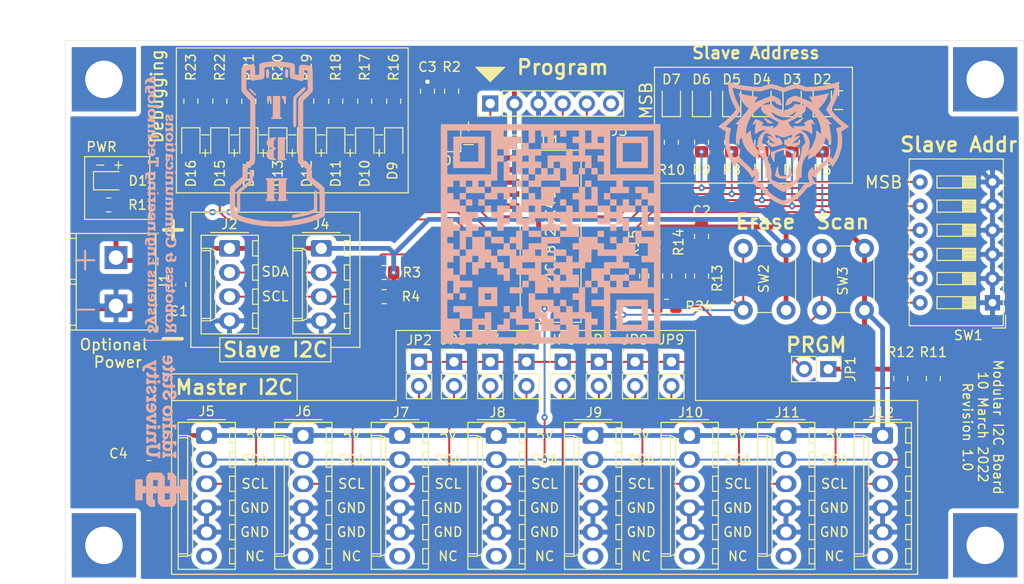
<source format=kicad_pcb>
(kicad_pcb (version 20171130) (host pcbnew "(5.1.9)-1")
  (layers (0 F.Cu signal hide) (31 B.Cu signal) (34 B.Paste user hide) (35 F.Paste user hide) (36 B.SilkS user) (37 F.SilkS user hide) (38 B.Mask user) (39 F.Mask user hide) (44 Edge.Cuts user))
  (net 0 "")
  (net 1 GND)
  (net 2 +5V)
  (net 3 "Net-(C3-Pad1)")
  (net 4 "Net-(D1-Pad2)")
  (net 5 "Net-(D2-Pad1)")
  (net 6 "Net-(D3-Pad1)")
  (net 7 "Net-(D4-Pad1)")
  (net 8 "Net-(D5-Pad1)")
  (net 9 "Net-(D6-Pad1)")
  (net 10 "Net-(D7-Pad1)")
  (net 11 "Net-(D8-Pad1)")
  (net 12 "Net-(D9-Pad1)")
  (net 13 "Net-(D9-Pad2)")
  (net 14 "Net-(D10-Pad2)")
  (net 15 "Net-(D10-Pad1)")
  (net 16 "Net-(D11-Pad1)")
  (net 17 "Net-(D11-Pad2)")
  (net 18 "Net-(D12-Pad2)")
  (net 19 "Net-(D12-Pad1)")
  (net 20 "Net-(D13-Pad2)")
  (net 21 "Net-(D13-Pad1)")
  (net 22 "Net-(D14-Pad2)")
  (net 23 "Net-(D14-Pad1)")
  (net 24 "Net-(D15-Pad2)")
  (net 25 "Net-(D15-Pad1)")
  (net 26 "Net-(D16-Pad1)")
  (net 27 "Net-(D16-Pad2)")
  (net 28 "Net-(J2-Pad3)")
  (net 29 "Net-(J2-Pad2)")
  (net 30 RB7)
  (net 31 RB6)
  (net 32 "Net-(J3-Pad6)")
  (net 33 "Net-(J5-Pad3)")
  (net 34 SDA2)
  (net 35 "Net-(J6-Pad3)")
  (net 36 "Net-(J7-Pad3)")
  (net 37 "Net-(J8-Pad3)")
  (net 38 "Net-(J9-Pad3)")
  (net 39 "Net-(J10-Pad3)")
  (net 40 "Net-(J11-Pad3)")
  (net 41 "Net-(J12-Pad3)")
  (net 42 "Net-(JP1-Pad2)")
  (net 43 SCL2)
  (net 44 "Net-(R5-Pad2)")
  (net 45 "Net-(R6-Pad2)")
  (net 46 "Net-(R7-Pad2)")
  (net 47 "Net-(R8-Pad2)")
  (net 48 "Net-(R9-Pad2)")
  (net 49 "Net-(R10-Pad2)")
  (net 50 "Net-(R13-Pad1)")
  (net 51 "Net-(R14-Pad1)")
  (net 52 "Net-(U1-Pad18)")
  (net 53 "Net-(J5-Pad6)")
  (net 54 "Net-(J6-Pad6)")
  (net 55 "Net-(J7-Pad6)")
  (net 56 "Net-(J8-Pad6)")
  (net 57 "Net-(J9-Pad6)")
  (net 58 "Net-(J10-Pad6)")
  (net 59 "Net-(J11-Pad6)")
  (net 60 "Net-(J12-Pad6)")
  (net 61 "Net-(C5-Pad1)")
  (module MyFootprints:QRCode1 (layer B.Cu) (at 140.97 106.426 180)
    (fp_text reference "" hide)
    (fp_text value LOGO hide)
  )
  (module Resistor_SMD:R_0805_2012Metric_Pad1.20x1.40mm_HandSolder (layer F.Cu) (at 153.146 114.046 180)
    (fp_text reference R24 (at -3.445 0) (layer F.SilkS))
    (fp_text value 1kΩ)
    (pad 2 smd roundrect (at 1 0 180) (size 1.2 1.4) (layers F.Cu F.Paste F.Mask) (roundrect_rratio 0.2083325) (net 61 "Net-(C5-Pad1)"))
    (pad 1 smd roundrect (at -1 0 180) (size 1.2 1.4) (layers F.Cu F.Paste F.Mask) (roundrect_rratio 0.2083325) (net 51 "Net-(R14-Pad1)"))
  )
  (module Resistor_SMD:R_0805_2012Metric_Pad1.20x1.40mm_HandSolder (layer F.Cu) (at 152.019 110.855 90)
    (fp_text reference C5 (at 3.032 0 270) (layer F.SilkS))
    (fp_text value 3.3µF)
    (pad 2 smd roundrect (at 1 0 90) (size 1.2 1.4) (layers F.Cu F.Paste F.Mask) (roundrect_rratio 0.2083325) (net 1 GND))
    (pad 1 smd roundrect (at -1 0 90) (size 1.2 1.4) (layers F.Cu F.Paste F.Mask) (roundrect_rratio 0.2083325) (net 61 "Net-(C5-Pad1)"))
  )
  (module MyFootprints:PIC18F26K40-SOIC-28 (layer F.Cu) (at 140.97 106.68 270)
    (fp_text reference U1 (at -10.055 0) (layer F.SilkS))
    (fp_text value PIC18F26K40)
    (pad 14 smd rect (at 8.255 4.7 270) (size 0.6 2.794) (layers F.Cu F.Paste F.Mask) (net 43 SCL2))
    (pad 15 smd rect (at 8.255 -4.7 270) (size 0.6 2.794) (layers F.Cu F.Paste F.Mask) (net 50 "Net-(R13-Pad1)"))
    (pad 13 smd rect (at 6.985 4.7 270) (size 0.6 2.794) (layers F.Cu F.Paste F.Mask) (net 34 SDA2))
    (pad 16 smd rect (at 6.985 -4.7 270) (size 0.6 2.794) (layers F.Cu F.Paste F.Mask) (net 61 "Net-(C5-Pad1)"))
    (pad 12 smd rect (at 5.715 4.7 270) (size 0.6 2.794) (layers F.Cu F.Paste F.Mask) (net 28 "Net-(J2-Pad3)"))
    (pad 17 smd rect (at 5.715 -4.7 270) (size 0.6 2.794) (layers F.Cu F.Paste F.Mask) (net 42 "Net-(JP1-Pad2)"))
    (pad 11 smd rect (at 4.445 4.7 270) (size 0.6 2.794) (layers F.Cu F.Paste F.Mask) (net 29 "Net-(J2-Pad2)"))
    (pad 18 smd rect (at 4.445 -4.7 270) (size 0.6 2.794) (layers F.Cu F.Paste F.Mask) (net 52 "Net-(U1-Pad18)"))
    (pad 10 smd rect (at 3.175 4.7 270) (size 0.6 2.794) (layers F.Cu F.Paste F.Mask) (net 24 "Net-(D15-Pad2)"))
    (pad 19 smd rect (at 3.175 -4.7 270) (size 0.6 2.794) (layers F.Cu F.Paste F.Mask) (net 1 GND))
    (pad 9 smd rect (at 1.905 4.7 270) (size 0.6 2.794) (layers F.Cu F.Paste F.Mask) (net 27 "Net-(D16-Pad2)"))
    (pad 20 smd rect (at 1.905 -4.7 270) (size 0.6 2.794) (layers F.Cu F.Paste F.Mask) (net 2 +5V))
    (pad 8 smd rect (at 0.635 4.7 270) (size 0.6 2.794) (layers F.Cu F.Paste F.Mask) (net 1 GND))
    (pad 21 smd rect (at 0.635 -4.7 270) (size 0.6 2.794) (layers F.Cu F.Paste F.Mask) (net 44 "Net-(R5-Pad2)"))
    (pad 7 smd rect (at -0.635 4.7 270) (size 0.6 2.794) (layers F.Cu F.Paste F.Mask) (net 22 "Net-(D14-Pad2)"))
    (pad 22 smd rect (at -0.635 -4.7 270) (size 0.6 2.794) (layers F.Cu F.Paste F.Mask) (net 45 "Net-(R6-Pad2)"))
    (pad 6 smd rect (at -1.905 4.7 270) (size 0.6 2.794) (layers F.Cu F.Paste F.Mask) (net 20 "Net-(D13-Pad2)"))
    (pad 23 smd rect (at -1.905 -4.7 270) (size 0.6 2.794) (layers F.Cu F.Paste F.Mask) (net 46 "Net-(R7-Pad2)"))
    (pad 5 smd rect (at -3.175 4.7 270) (size 0.6 2.794) (layers F.Cu F.Paste F.Mask) (net 18 "Net-(D12-Pad2)"))
    (pad 24 smd rect (at -3.175 -4.7 270) (size 0.6 2.794) (layers F.Cu F.Paste F.Mask) (net 47 "Net-(R8-Pad2)"))
    (pad 4 smd rect (at -4.445 4.7 270) (size 0.6 2.794) (layers F.Cu F.Paste F.Mask) (net 17 "Net-(D11-Pad2)"))
    (pad 25 smd rect (at -4.445 -4.7 270) (size 0.6 2.794) (layers F.Cu F.Paste F.Mask) (net 48 "Net-(R9-Pad2)"))
    (pad 3 smd rect (at -5.715 4.7 270) (size 0.6 2.794) (layers F.Cu F.Paste F.Mask) (net 14 "Net-(D10-Pad2)"))
    (pad 26 smd rect (at -5.715 -4.7 270) (size 0.6 2.794) (layers F.Cu F.Paste F.Mask) (net 49 "Net-(R10-Pad2)"))
    (pad 2 smd rect (at -6.985 4.7 270) (size 0.6 2.794) (layers F.Cu F.Paste F.Mask) (net 13 "Net-(D9-Pad2)"))
    (pad 27 smd rect (at -6.985 -4.7 270) (size 0.6 2.794) (layers F.Cu F.Paste F.Mask) (net 31 RB6))
    (pad 1 smd rect (at -8.255 4.7 270) (size 0.6 2.794) (layers F.Cu F.Paste F.Mask) (net 11 "Net-(D8-Pad1)"))
    (pad 28 smd rect (at -8.255 -4.7 270) (size 0.6 2.794) (layers F.Cu F.Paste F.Mask) (net 30 RB7))
  )
  (module Connector_Molex:Molex_KK-254_AE-6410-06A_1x06_P2.54mm_Vertical (layer F.Cu) (at 165.735 127.635 270)
    (fp_text reference J11 (at -2.413 -0.127 180) (layer F.SilkS))
    (fp_text value Master7)
    (pad 6 thru_hole oval (at 12.7 0 270) (size 1.74 2.19) (drill 1.19) (layers *.Cu *.Mask) (net 59 "Net-(J11-Pad6)"))
    (pad 5 thru_hole oval (at 10.16 0 270) (size 1.74 2.19) (drill 1.19) (layers *.Cu *.Mask) (net 1 GND))
    (pad 4 thru_hole oval (at 7.62 0 270) (size 1.74 2.19) (drill 1.19) (layers *.Cu *.Mask) (net 1 GND))
    (pad 3 thru_hole oval (at 5.08 0 270) (size 1.74 2.19) (drill 1.19) (layers *.Cu *.Mask) (net 40 "Net-(J11-Pad3)"))
    (pad 2 thru_hole oval (at 2.54 0 270) (size 1.74 2.19) (drill 1.19) (layers *.Cu *.Mask) (net 34 SDA2))
    (pad 1 thru_hole roundrect (at 0 0 270) (size 1.74 2.19) (drill 1.19) (layers *.Cu *.Mask) (roundrect_rratio 0.1436775862068966) (net 2 +5V))
  )
  (module Connector_Molex:Molex_KK-254_AE-6410-06A_1x06_P2.54mm_Vertical (layer F.Cu) (at 175.895 127.635 270)
    (fp_text reference J12 (at -2.413 0.127 180) (layer F.SilkS))
    (fp_text value Master8)
    (pad 6 thru_hole oval (at 12.7 0 270) (size 1.74 2.19) (drill 1.19) (layers *.Cu *.Mask) (net 60 "Net-(J12-Pad6)"))
    (pad 5 thru_hole oval (at 10.16 0 270) (size 1.74 2.19) (drill 1.19) (layers *.Cu *.Mask) (net 1 GND))
    (pad 4 thru_hole oval (at 7.62 0 270) (size 1.74 2.19) (drill 1.19) (layers *.Cu *.Mask) (net 1 GND))
    (pad 3 thru_hole oval (at 5.08 0 270) (size 1.74 2.19) (drill 1.19) (layers *.Cu *.Mask) (net 41 "Net-(J12-Pad3)"))
    (pad 2 thru_hole oval (at 2.54 0 270) (size 1.74 2.19) (drill 1.19) (layers *.Cu *.Mask) (net 34 SDA2))
    (pad 1 thru_hole roundrect (at 0 0 270) (size 1.74 2.19) (drill 1.19) (layers *.Cu *.Mask) (roundrect_rratio 0.1436775862068966) (net 2 +5V))
  )
  (module Connector_Molex:Molex_KK-254_AE-6410-06A_1x06_P2.54mm_Vertical (layer F.Cu) (at 155.575 127.635 270)
    (fp_text reference J10 (at -2.413 -0.127 180) (layer F.SilkS))
    (fp_text value Master6)
    (pad 6 thru_hole oval (at 12.7 0 270) (size 1.74 2.19) (drill 1.19) (layers *.Cu *.Mask) (net 58 "Net-(J10-Pad6)"))
    (pad 5 thru_hole oval (at 10.16 0 270) (size 1.74 2.19) (drill 1.19) (layers *.Cu *.Mask) (net 1 GND))
    (pad 4 thru_hole oval (at 7.62 0 270) (size 1.74 2.19) (drill 1.19) (layers *.Cu *.Mask) (net 1 GND))
    (pad 3 thru_hole oval (at 5.08 0 270) (size 1.74 2.19) (drill 1.19) (layers *.Cu *.Mask) (net 39 "Net-(J10-Pad3)"))
    (pad 2 thru_hole oval (at 2.54 0 270) (size 1.74 2.19) (drill 1.19) (layers *.Cu *.Mask) (net 34 SDA2))
    (pad 1 thru_hole roundrect (at 0 0 270) (size 1.74 2.19) (drill 1.19) (layers *.Cu *.Mask) (roundrect_rratio 0.1436775862068966) (net 2 +5V))
  )
  (module Connector_Molex:Molex_KK-254_AE-6410-06A_1x06_P2.54mm_Vertical (layer F.Cu) (at 145.415 127.635 270)
    (fp_text reference J9 (at -2.413 -0.127 180) (layer F.SilkS))
    (fp_text value Master5)
    (pad 6 thru_hole oval (at 12.7 0 270) (size 1.74 2.19) (drill 1.19) (layers *.Cu *.Mask) (net 57 "Net-(J9-Pad6)"))
    (pad 5 thru_hole oval (at 10.16 0 270) (size 1.74 2.19) (drill 1.19) (layers *.Cu *.Mask) (net 1 GND))
    (pad 4 thru_hole oval (at 7.62 0 270) (size 1.74 2.19) (drill 1.19) (layers *.Cu *.Mask) (net 1 GND))
    (pad 3 thru_hole oval (at 5.08 0 270) (size 1.74 2.19) (drill 1.19) (layers *.Cu *.Mask) (net 38 "Net-(J9-Pad3)"))
    (pad 2 thru_hole oval (at 2.54 0 270) (size 1.74 2.19) (drill 1.19) (layers *.Cu *.Mask) (net 34 SDA2))
    (pad 1 thru_hole roundrect (at 0 0 270) (size 1.74 2.19) (drill 1.19) (layers *.Cu *.Mask) (roundrect_rratio 0.1436775862068966) (net 2 +5V))
  )
  (module Connector_Molex:Molex_KK-254_AE-6410-06A_1x06_P2.54mm_Vertical (layer F.Cu) (at 135.255 127.635 270)
    (fp_text reference J8 (at -2.413 -0.127 180) (layer F.SilkS))
    (fp_text value Master4)
    (pad 6 thru_hole oval (at 12.7 0 270) (size 1.74 2.19) (drill 1.19) (layers *.Cu *.Mask) (net 56 "Net-(J8-Pad6)"))
    (pad 5 thru_hole oval (at 10.16 0 270) (size 1.74 2.19) (drill 1.19) (layers *.Cu *.Mask) (net 1 GND))
    (pad 4 thru_hole oval (at 7.62 0 270) (size 1.74 2.19) (drill 1.19) (layers *.Cu *.Mask) (net 1 GND))
    (pad 3 thru_hole oval (at 5.08 0 270) (size 1.74 2.19) (drill 1.19) (layers *.Cu *.Mask) (net 37 "Net-(J8-Pad3)"))
    (pad 2 thru_hole oval (at 2.54 0 270) (size 1.74 2.19) (drill 1.19) (layers *.Cu *.Mask) (net 34 SDA2))
    (pad 1 thru_hole roundrect (at 0 0 270) (size 1.74 2.19) (drill 1.19) (layers *.Cu *.Mask) (roundrect_rratio 0.1436775862068966) (net 2 +5V))
  )
  (module Connector_Molex:Molex_KK-254_AE-6410-06A_1x06_P2.54mm_Vertical (layer F.Cu) (at 125.095 127.635 270)
    (fp_text reference J7 (at -2.413 -0.127 180) (layer F.SilkS))
    (fp_text value Master3)
    (pad 6 thru_hole oval (at 12.7 0 270) (size 1.74 2.19) (drill 1.19) (layers *.Cu *.Mask) (net 55 "Net-(J7-Pad6)"))
    (pad 5 thru_hole oval (at 10.16 0 270) (size 1.74 2.19) (drill 1.19) (layers *.Cu *.Mask) (net 1 GND))
    (pad 4 thru_hole oval (at 7.62 0 270) (size 1.74 2.19) (drill 1.19) (layers *.Cu *.Mask) (net 1 GND))
    (pad 3 thru_hole oval (at 5.08 0 270) (size 1.74 2.19) (drill 1.19) (layers *.Cu *.Mask) (net 36 "Net-(J7-Pad3)"))
    (pad 2 thru_hole oval (at 2.54 0 270) (size 1.74 2.19) (drill 1.19) (layers *.Cu *.Mask) (net 34 SDA2))
    (pad 1 thru_hole roundrect (at 0 0 270) (size 1.74 2.19) (drill 1.19) (layers *.Cu *.Mask) (roundrect_rratio 0.1436775862068966) (net 2 +5V))
  )
  (module Connector_Molex:Molex_KK-254_AE-6410-06A_1x06_P2.54mm_Vertical (layer F.Cu) (at 114.935 127.635 270)
    (fp_text reference J6 (at -2.54 0 180) (layer F.SilkS))
    (fp_text value Master2)
    (pad 6 thru_hole oval (at 12.7 0 270) (size 1.74 2.19) (drill 1.19) (layers *.Cu *.Mask) (net 54 "Net-(J6-Pad6)"))
    (pad 5 thru_hole oval (at 10.16 0 270) (size 1.74 2.19) (drill 1.19) (layers *.Cu *.Mask) (net 1 GND))
    (pad 4 thru_hole oval (at 7.62 0 270) (size 1.74 2.19) (drill 1.19) (layers *.Cu *.Mask) (net 1 GND))
    (pad 3 thru_hole oval (at 5.08 0 270) (size 1.74 2.19) (drill 1.19) (layers *.Cu *.Mask) (net 35 "Net-(J6-Pad3)"))
    (pad 2 thru_hole oval (at 2.54 0 270) (size 1.74 2.19) (drill 1.19) (layers *.Cu *.Mask) (net 34 SDA2))
    (pad 1 thru_hole roundrect (at 0 0 270) (size 1.74 2.19) (drill 1.19) (layers *.Cu *.Mask) (roundrect_rratio 0.1436775862068966) (net 2 +5V))
  )
  (module Connector_Molex:Molex_KK-254_AE-6410-06A_1x06_P2.54mm_Vertical (layer F.Cu) (at 104.775 127.635 270)
    (fp_text reference J5 (at -2.54 0 180) (layer F.SilkS))
    (fp_text value Master1)
    (pad 6 thru_hole oval (at 12.7 0 270) (size 1.74 2.19) (drill 1.19) (layers *.Cu *.Mask) (net 53 "Net-(J5-Pad6)"))
    (pad 5 thru_hole oval (at 10.16 0 270) (size 1.74 2.19) (drill 1.19) (layers *.Cu *.Mask) (net 1 GND))
    (pad 4 thru_hole oval (at 7.62 0 270) (size 1.74 2.19) (drill 1.19) (layers *.Cu *.Mask) (net 1 GND))
    (pad 3 thru_hole oval (at 5.08 0 270) (size 1.74 2.19) (drill 1.19) (layers *.Cu *.Mask) (net 33 "Net-(J5-Pad3)"))
    (pad 2 thru_hole oval (at 2.54 0 270) (size 1.74 2.19) (drill 1.19) (layers *.Cu *.Mask) (net 34 SDA2))
    (pad 1 thru_hole roundrect (at 0 0 270) (size 1.74 2.19) (drill 1.19) (layers *.Cu *.Mask) (roundrect_rratio 0.1436775862068966) (net 2 +5V))
  )
  (module MyFootprints:2PinScrewTerminal (layer F.Cu) (at 95.25 111.46 270)
    (fp_text reference J1 (at 0 -5.08 90) (layer F.SilkS))
    (fp_text value PowerIn)
    (pad 2 thru_hole rect (at 2.54 0 270) (size 2.413 2.413) (drill 1.524) (layers *.Cu *.Mask) (net 1 GND))
    (pad 1 thru_hole rect (at -2.54 0 270) (size 2.413 2.413) (drill 1.524) (layers *.Cu *.Mask) (net 2 +5V))
  )
  (module "MyFootprints:Rook Logo 33.9mm by 19mm" (layer B.Cu) (at 112.268 97.028 180)
    (fp_text reference G*** hide)
    (fp_text value LOGO hide)
  )
  (module "MyFootprints:RCET Long 46.6 by 6.9" (layer B.Cu) (at 100.076 112.522 90)
    (fp_text reference G*** hide)
    (fp_text value LOGO hide)
  )
  (module "MyFootprints:Bengal 13.8mm by 13mm" (layer B.Cu) (at 165.481 96.901 180)
    (fp_text reference G*** hide)
    (fp_text value LOGO hide)
  )
  (module Diode_SMD:D_0805_2012Metric (layer F.Cu) (at 94.5665 100.838)
    (fp_text reference D1 (at 2.9695 0) (layer F.SilkS))
    (fp_text value LED_Small_ALT hide)
    (pad 2 smd roundrect (at 0.9375 0) (size 0.975 1.4) (layers F.Cu F.Paste F.Mask) (net 4 "Net-(D1-Pad2)"))
    (pad 1 smd roundrect (at -0.9375 0) (size 0.975 1.4) (layers F.Cu F.Paste F.Mask) (net 1 GND))
  )
  (module Resistor_SMD:R_0805_2012Metric_Pad1.20x1.40mm_HandSolder (layer F.Cu) (at 156.845 106.696 270)
    (fp_text reference C2 (at -2.683 0 180) (layer F.SilkS))
    (fp_text value 10µF)
    (pad 2 smd roundrect (at 1 0 270) (size 1.2 1.4) (layers F.Cu F.Paste F.Mask) (roundrect_rratio 0.2083325) (net 1 GND))
    (pad 1 smd roundrect (at -1 0 270) (size 1.2 1.4) (layers F.Cu F.Paste F.Mask) (roundrect_rratio 0.2083325) (net 2 +5V))
  )
  (module MyFootprints:ScrewHole_6_32_Square (layer F.Cu) (at 186.69 139.192)
    (fp_text reference REF** hide)
    (fp_text value "6-32 MountingScrew")
    (pad 1 thru_hole rect (at 0 0) (size 6.7564 6.7564) (drill 3.937) (layers *.Cu *.Mask))
  )
  (module MyFootprints:ScrewHole_6_32_Square (layer F.Cu) (at 93.98 139.192)
    (fp_text reference REF** hide)
    (fp_text value "6-32 MountingScrew")
    (pad 1 thru_hole rect (at 0 0) (size 6.7564 6.7564) (drill 3.937) (layers *.Cu *.Mask))
  )
  (module MyFootprints:ScrewHole_6_32_Square (layer F.Cu) (at 93.98 90.17)
    (fp_text reference REF** hide)
    (fp_text value "6-32 MountingScrew")
    (pad 1 thru_hole rect (at 0 0) (size 6.7564 6.7564) (drill 3.937) (layers *.Cu *.Mask))
  )
  (module MyFootprints:ScrewHole_6_32_Square (layer F.Cu) (at 186.69 90.17)
    (fp_text reference REF** hide)
    (fp_text value "6-32 MountingScrew")
    (pad 1 thru_hole rect (at 0 0) (size 6.7564 6.7564) (drill 3.937) (layers *.Cu *.Mask))
  )
  (module Resistor_SMD:R_0805_2012Metric_Pad1.20x1.40mm_HandSolder (layer F.Cu) (at 101.854 111.744 270)
    (fp_text reference C1 (at 2.81 0 180) (layer F.SilkS))
    (fp_text value 10µF)
    (pad 2 smd roundrect (at 1 0 270) (size 1.2 1.4) (layers F.Cu F.Paste F.Mask) (roundrect_rratio 0.2083325) (net 1 GND))
    (pad 1 smd roundrect (at -1 0 270) (size 1.2 1.4) (layers F.Cu F.Paste F.Mask) (roundrect_rratio 0.2083325) (net 2 +5V))
  )
  (module Resistor_SMD:R_0805_2012Metric_Pad1.20x1.40mm_HandSolder (layer F.Cu) (at 128.016 91.424 90)
    (fp_text reference C3 (at 2.556 0 180) (layer F.SilkS))
    (fp_text value 10µF)
    (pad 2 smd roundrect (at 1 0 90) (size 1.2 1.4) (layers F.Cu F.Paste F.Mask) (roundrect_rratio 0.2083325) (net 1 GND))
    (pad 1 smd roundrect (at -1 0 90) (size 1.2 1.4) (layers F.Cu F.Paste F.Mask) (roundrect_rratio 0.2083325) (net 3 "Net-(C3-Pad1)"))
  )
  (module Resistor_SMD:R_0805_2012Metric_Pad1.20x1.40mm_HandSolder (layer F.Cu) (at 98.695 129.54 180)
    (fp_text reference C4 (at 3.191 0) (layer F.SilkS))
    (fp_text value 10µF)
    (pad 1 smd roundrect (at -1 0 180) (size 1.2 1.4) (layers F.Cu F.Paste F.Mask) (roundrect_rratio 0.2083325) (net 2 +5V))
    (pad 2 smd roundrect (at 1 0 180) (size 1.2 1.4) (layers F.Cu F.Paste F.Mask) (roundrect_rratio 0.2083325) (net 1 GND))
  )
  (module Diode_SMD:D_0805_2012Metric (layer F.Cu) (at 169.545 92.4075 90)
    (fp_text reference D2 (at 2.2375 0) (layer F.SilkS))
    (fp_text value LED_Small_ALT hide)
    (pad 1 smd roundrect (at -0.9375 0 90) (size 0.975 1.4) (layers F.Cu F.Paste F.Mask) (net 5 "Net-(D2-Pad1)"))
    (pad 2 smd roundrect (at 0.9375 0 90) (size 0.975 1.4) (layers F.Cu F.Paste F.Mask) (net 2 +5V))
  )
  (module Diode_SMD:D_0805_2012Metric (layer F.Cu) (at 166.37 92.4075 90)
    (fp_text reference D3 (at 2.2375 0 180) (layer F.SilkS))
    (fp_text value LED_Small_ALT hide)
    (pad 1 smd roundrect (at -0.9375 0 90) (size 0.975 1.4) (layers F.Cu F.Paste F.Mask) (net 6 "Net-(D3-Pad1)"))
    (pad 2 smd roundrect (at 0.9375 0 90) (size 0.975 1.4) (layers F.Cu F.Paste F.Mask) (net 2 +5V))
  )
  (module Diode_SMD:D_0805_2012Metric (layer F.Cu) (at 163.195 92.4075 90)
    (fp_text reference D4 (at 2.2375 0 180) (layer F.SilkS))
    (fp_text value LED_Small_ALT hide)
    (pad 1 smd roundrect (at -0.9375 0 90) (size 0.975 1.4) (layers F.Cu F.Paste F.Mask) (net 7 "Net-(D4-Pad1)"))
    (pad 2 smd roundrect (at 0.9375 0 90) (size 0.975 1.4) (layers F.Cu F.Paste F.Mask) (net 2 +5V))
  )
  (module Diode_SMD:D_0805_2012Metric (layer F.Cu) (at 160.02 92.4075 90)
    (fp_text reference D5 (at 2.2375 0 180) (layer F.SilkS))
    (fp_text value LED_Small_ALT hide)
    (pad 2 smd roundrect (at 0.9375 0 90) (size 0.975 1.4) (layers F.Cu F.Paste F.Mask) (net 2 +5V))
    (pad 1 smd roundrect (at -0.9375 0 90) (size 0.975 1.4) (layers F.Cu F.Paste F.Mask) (net 8 "Net-(D5-Pad1)"))
  )
  (module Diode_SMD:D_0805_2012Metric (layer F.Cu) (at 156.845 92.4075 90)
    (fp_text reference D6 (at 2.2375 0 180) (layer F.SilkS))
    (fp_text value LED_Small_ALT hide)
    (pad 1 smd roundrect (at -0.9375 0 90) (size 0.975 1.4) (layers F.Cu F.Paste F.Mask) (net 9 "Net-(D6-Pad1)"))
    (pad 2 smd roundrect (at 0.9375 0 90) (size 0.975 1.4) (layers F.Cu F.Paste F.Mask) (net 2 +5V))
  )
  (module Diode_SMD:D_0805_2012Metric (layer F.Cu) (at 153.67 92.4075 90)
    (fp_text reference D7 (at 2.2375 0 180) (layer F.SilkS))
    (fp_text value LED_Small_ALT hide)
    (pad 2 smd roundrect (at 0.9375 0 90) (size 0.975 1.4) (layers F.Cu F.Paste F.Mask) (net 2 +5V))
    (pad 1 smd roundrect (at -0.9375 0 90) (size 0.975 1.4) (layers F.Cu F.Paste F.Mask) (net 10 "Net-(D7-Pad1)"))
  )
  (module Diode_SMD:D_0805_2012Metric (layer F.Cu) (at 130.556 96.0905 90)
    (fp_text reference D8 (at -2.6185 0) (layer F.SilkS))
    (fp_text value D_Small_ALT hide)
    (pad 1 smd roundrect (at -0.9375 0 90) (size 0.975 1.4) (layers F.Cu F.Paste F.Mask) (net 11 "Net-(D8-Pad1)"))
    (pad 2 smd roundrect (at 0.9375 0 90) (size 0.975 1.4) (layers F.Cu F.Paste F.Mask) (net 3 "Net-(C3-Pad1)"))
  )
  (module Diode_SMD:D_0805_2012Metric (layer F.Cu) (at 124.46 96.9495 270)
    (fp_text reference D9 (at 2.8425 0.127 270) (layer F.SilkS))
    (fp_text value LED_Small_ALT hide)
    (pad 1 smd roundrect (at -0.9375 0 270) (size 0.975 1.4) (layers F.Cu F.Paste F.Mask) (net 12 "Net-(D9-Pad1)"))
    (pad 2 smd roundrect (at 0.9375 0 270) (size 0.975 1.4) (layers F.Cu F.Paste F.Mask) (net 13 "Net-(D9-Pad2)"))
  )
  (module Diode_SMD:D_0805_2012Metric (layer F.Cu) (at 121.412 96.9495 270)
    (fp_text reference D10 (at 3.1265 0 270) (layer F.SilkS))
    (fp_text value LED_Small_ALT hide)
    (pad 2 smd roundrect (at 0.9375 0 270) (size 0.975 1.4) (layers F.Cu F.Paste F.Mask) (net 14 "Net-(D10-Pad2)"))
    (pad 1 smd roundrect (at -0.9375 0 270) (size 0.975 1.4) (layers F.Cu F.Paste F.Mask) (net 15 "Net-(D10-Pad1)"))
  )
  (module Diode_SMD:D_0805_2012Metric (layer F.Cu) (at 118.364 96.9495 270)
    (fp_text reference D11 (at 3.1265 0 270) (layer F.SilkS))
    (fp_text value LED_Small_ALT hide)
    (pad 1 smd roundrect (at -0.9375 0 270) (size 0.975 1.4) (layers F.Cu F.Paste F.Mask) (net 16 "Net-(D11-Pad1)"))
    (pad 2 smd roundrect (at 0.9375 0 270) (size 0.975 1.4) (layers F.Cu F.Paste F.Mask) (net 17 "Net-(D11-Pad2)"))
  )
  (module Diode_SMD:D_0805_2012Metric (layer F.Cu) (at 115.316 96.9495 270)
    (fp_text reference D12 (at 3.1265 0 270) (layer F.SilkS))
    (fp_text value LED_Small_ALT hide)
    (pad 2 smd roundrect (at 0.9375 0 270) (size 0.975 1.4) (layers F.Cu F.Paste F.Mask) (net 18 "Net-(D12-Pad2)"))
    (pad 1 smd roundrect (at -0.9375 0 270) (size 0.975 1.4) (layers F.Cu F.Paste F.Mask) (net 19 "Net-(D12-Pad1)"))
  )
  (module Diode_SMD:D_0805_2012Metric (layer F.Cu) (at 112.268 96.9495 270)
    (fp_text reference D13 (at 3.1265 0 270) (layer F.SilkS))
    (fp_text value LED_Small_ALT hide)
    (pad 2 smd roundrect (at 0.9375 0 270) (size 0.975 1.4) (layers F.Cu F.Paste F.Mask) (net 20 "Net-(D13-Pad2)"))
    (pad 1 smd roundrect (at -0.9375 0 270) (size 0.975 1.4) (layers F.Cu F.Paste F.Mask) (net 21 "Net-(D13-Pad1)"))
  )
  (module Diode_SMD:D_0805_2012Metric (layer F.Cu) (at 109.22 96.9495 270)
    (fp_text reference D14 (at 3.1265 0 270) (layer F.SilkS))
    (fp_text value LED_Small_ALT hide)
    (pad 2 smd roundrect (at 0.9375 0 270) (size 0.975 1.4) (layers F.Cu F.Paste F.Mask) (net 22 "Net-(D14-Pad2)"))
    (pad 1 smd roundrect (at -0.9375 0 270) (size 0.975 1.4) (layers F.Cu F.Paste F.Mask) (net 23 "Net-(D14-Pad1)"))
  )
  (module Diode_SMD:D_0805_2012Metric (layer F.Cu) (at 106.172 96.9495 270)
    (fp_text reference D15 (at 3.1265 0 270) (layer F.SilkS))
    (fp_text value LED_Small_ALT)
    (pad 2 smd roundrect (at 0.9375 0 270) (size 0.975 1.4) (layers F.Cu F.Paste F.Mask) (net 24 "Net-(D15-Pad2)"))
    (pad 1 smd roundrect (at -0.9375 0 270) (size 0.975 1.4) (layers F.Cu F.Paste F.Mask) (net 25 "Net-(D15-Pad1)"))
  )
  (module Diode_SMD:D_0805_2012Metric (layer F.Cu) (at 103.124 96.9495 270)
    (fp_text reference D16 (at 3.1265 0 270) (layer F.SilkS))
    (fp_text value LED_Small_ALT hide)
    (pad 1 smd roundrect (at -0.9375 0 270) (size 0.975 1.4) (layers F.Cu F.Paste F.Mask) (net 26 "Net-(D16-Pad1)"))
    (pad 2 smd roundrect (at 0.9375 0 270) (size 0.975 1.4) (layers F.Cu F.Paste F.Mask) (net 27 "Net-(D16-Pad2)"))
  )
  (module Connector_Molex:Molex_KK-254_AE-6410-04A_1x04_P2.54mm_Vertical (layer F.Cu) (at 107.188 107.95 270)
    (fp_text reference J2 (at -2.54 0 180) (layer F.SilkS))
    (fp_text value Slave1)
    (pad 4 thru_hole oval (at 7.62 0 270) (size 1.74 2.19) (drill 1.19) (layers *.Cu *.Mask) (net 1 GND))
    (pad 3 thru_hole oval (at 5.08 0 270) (size 1.74 2.19) (drill 1.19) (layers *.Cu *.Mask) (net 28 "Net-(J2-Pad3)"))
    (pad 2 thru_hole oval (at 2.54 0 270) (size 1.74 2.19) (drill 1.19) (layers *.Cu *.Mask) (net 29 "Net-(J2-Pad2)"))
    (pad 1 thru_hole roundrect (at 0 0 270) (size 1.74 2.19) (drill 1.19) (layers *.Cu *.Mask) (roundrect_rratio 0.1436775862068966) (net 2 +5V))
  )
  (module Connector_PinHeader_2.54mm:PinHeader_1x06_P2.54mm_Vertical (layer F.Cu) (at 134.62 92.71 90)
    (fp_text reference J3 (at -2.89 13.58 180) (layer F.SilkS))
    (fp_text value Program)
    (pad 1 thru_hole rect (at 0 0 90) (size 1.7 1.7) (drill 1) (layers *.Cu *.Mask) (net 11 "Net-(D8-Pad1)"))
    (pad 2 thru_hole oval (at 0 2.54 90) (size 1.7 1.7) (drill 1) (layers *.Cu *.Mask) (net 2 +5V))
    (pad 3 thru_hole oval (at 0 5.08 90) (size 1.7 1.7) (drill 1) (layers *.Cu *.Mask) (net 1 GND))
    (pad 4 thru_hole oval (at 0 7.62 90) (size 1.7 1.7) (drill 1) (layers *.Cu *.Mask) (net 30 RB7))
    (pad 5 thru_hole oval (at 0 10.16 90) (size 1.7 1.7) (drill 1) (layers *.Cu *.Mask) (net 31 RB6))
    (pad 6 thru_hole oval (at 0 12.7 90) (size 1.7 1.7) (drill 1) (layers *.Cu *.Mask) (net 32 "Net-(J3-Pad6)"))
  )
  (module Connector_Molex:Molex_KK-254_AE-6410-04A_1x04_P2.54mm_Vertical (layer F.Cu) (at 116.84 107.95 270)
    (fp_text reference J4 (at -2.54 0 180) (layer F.SilkS))
    (fp_text value Slave2)
    (pad 1 thru_hole roundrect (at 0 0 270) (size 1.74 2.19) (drill 1.19) (layers *.Cu *.Mask) (roundrect_rratio 0.1436775862068966) (net 2 +5V))
    (pad 2 thru_hole oval (at 2.54 0 270) (size 1.74 2.19) (drill 1.19) (layers *.Cu *.Mask) (net 29 "Net-(J2-Pad2)"))
    (pad 3 thru_hole oval (at 5.08 0 270) (size 1.74 2.19) (drill 1.19) (layers *.Cu *.Mask) (net 28 "Net-(J2-Pad3)"))
    (pad 4 thru_hole oval (at 7.62 0 270) (size 1.74 2.19) (drill 1.19) (layers *.Cu *.Mask) (net 1 GND))
  )
  (module Connector_PinHeader_2.54mm:PinHeader_1x02_P2.54mm_Vertical (layer F.Cu) (at 170.18 120.65 270)
    (fp_text reference JP1 (at 0 -2.33 90) (layer F.SilkS))
    (fp_text value "Program Mode")
    (pad 1 thru_hole rect (at 0 0 270) (size 1.7 1.7) (drill 1) (layers *.Cu *.Mask) (net 2 +5V))
    (pad 2 thru_hole oval (at 0 2.54 270) (size 1.7 1.7) (drill 1) (layers *.Cu *.Mask) (net 42 "Net-(JP1-Pad2)"))
  )
  (module Connector_PinHeader_2.54mm:PinHeader_1x02_P2.54mm_Vertical (layer F.Cu) (at 127.127 119.888)
    (fp_text reference JP2 (at 0 -2.270001) (layer F.SilkS))
    (fp_text value Jumper_NO_Small)
    (pad 1 thru_hole rect (at 0 0) (size 1.7 1.7) (drill 1) (layers *.Cu *.Mask) (net 43 SCL2))
    (pad 2 thru_hole oval (at 0 2.54) (size 1.7 1.7) (drill 1) (layers *.Cu *.Mask) (net 33 "Net-(J5-Pad3)"))
  )
  (module Connector_PinHeader_2.54mm:PinHeader_1x02_P2.54mm_Vertical (layer F.Cu) (at 130.81 119.888)
    (fp_text reference JP3 (at 0 -2.33) (layer F.SilkS))
    (fp_text value Jumper_NO_Small)
    (pad 2 thru_hole oval (at 0 2.54) (size 1.7 1.7) (drill 1) (layers *.Cu *.Mask) (net 35 "Net-(J6-Pad3)"))
    (pad 1 thru_hole rect (at 0 0) (size 1.7 1.7) (drill 1) (layers *.Cu *.Mask) (net 43 SCL2))
  )
  (module Connector_PinHeader_2.54mm:PinHeader_1x02_P2.54mm_Vertical (layer F.Cu) (at 134.62 119.888)
    (fp_text reference JP4 (at 0 -2.33) (layer F.SilkS))
    (fp_text value Jumper_NO_Small)
    (pad 1 thru_hole rect (at 0 0) (size 1.7 1.7) (drill 1) (layers *.Cu *.Mask) (net 43 SCL2))
    (pad 2 thru_hole oval (at 0 2.54) (size 1.7 1.7) (drill 1) (layers *.Cu *.Mask) (net 36 "Net-(J7-Pad3)"))
  )
  (module Connector_PinHeader_2.54mm:PinHeader_1x02_P2.54mm_Vertical (layer F.Cu) (at 138.43 119.888)
    (fp_text reference JP5 (at 0 -2.33) (layer F.SilkS))
    (fp_text value Jumper_NO_Small)
    (pad 1 thru_hole rect (at 0 0) (size 1.7 1.7) (drill 1) (layers *.Cu *.Mask) (net 43 SCL2))
    (pad 2 thru_hole oval (at 0 2.54) (size 1.7 1.7) (drill 1) (layers *.Cu *.Mask) (net 37 "Net-(J8-Pad3)"))
  )
  (module Connector_PinHeader_2.54mm:PinHeader_1x02_P2.54mm_Vertical (layer F.Cu) (at 142.24 119.888)
    (fp_text reference JP6 (at 0 -2.33) (layer F.SilkS))
    (fp_text value Jumper_NO_Small)
    (pad 2 thru_hole oval (at 0 2.54) (size 1.7 1.7) (drill 1) (layers *.Cu *.Mask) (net 38 "Net-(J9-Pad3)"))
    (pad 1 thru_hole rect (at 0 0) (size 1.7 1.7) (drill 1) (layers *.Cu *.Mask) (net 43 SCL2))
  )
  (module Connector_PinHeader_2.54mm:PinHeader_1x02_P2.54mm_Vertical (layer F.Cu) (at 146.05 119.888)
    (fp_text reference JP7 (at 0 -2.33) (layer F.SilkS))
    (fp_text value Jumper_NO_Small)
    (pad 2 thru_hole oval (at 0 2.54) (size 1.7 1.7) (drill 1) (layers *.Cu *.Mask) (net 39 "Net-(J10-Pad3)"))
    (pad 1 thru_hole rect (at 0 0) (size 1.7 1.7) (drill 1) (layers *.Cu *.Mask) (net 43 SCL2))
  )
  (module Connector_PinHeader_2.54mm:PinHeader_1x02_P2.54mm_Vertical (layer F.Cu) (at 149.86 119.888)
    (fp_text reference JP8 (at 0 -2.33) (layer F.SilkS))
    (fp_text value Jumper_NO_Small)
    (pad 2 thru_hole oval (at 0 2.54) (size 1.7 1.7) (drill 1) (layers *.Cu *.Mask) (net 40 "Net-(J11-Pad3)"))
    (pad 1 thru_hole rect (at 0 0) (size 1.7 1.7) (drill 1) (layers *.Cu *.Mask) (net 43 SCL2))
  )
  (module Connector_PinHeader_2.54mm:PinHeader_1x02_P2.54mm_Vertical (layer F.Cu) (at 153.67 119.888)
    (fp_text reference JP9 (at 0 -2.33) (layer F.SilkS))
    (fp_text value Jumper_NO_Small)
    (pad 2 thru_hole oval (at 0 2.54) (size 1.7 1.7) (drill 1) (layers *.Cu *.Mask) (net 41 "Net-(J12-Pad3)"))
    (pad 1 thru_hole rect (at 0 0) (size 1.7 1.7) (drill 1) (layers *.Cu *.Mask) (net 43 SCL2))
  )
  (module Resistor_SMD:R_0805_2012Metric_Pad1.20x1.40mm_HandSolder (layer F.Cu) (at 94.472 103.378)
    (fp_text reference R1 (at 3.032 0) (layer F.SilkS))
    (fp_text value 4.7kΩ)
    (pad 1 smd roundrect (at -1 0) (size 1.2 1.4) (layers F.Cu F.Paste F.Mask) (roundrect_rratio 0.2083325) (net 2 +5V))
    (pad 2 smd roundrect (at 1 0) (size 1.2 1.4) (layers F.Cu F.Paste F.Mask) (roundrect_rratio 0.2083325) (net 4 "Net-(D1-Pad2)"))
  )
  (module Resistor_SMD:R_0805_2012Metric_Pad1.20x1.40mm_HandSolder (layer F.Cu) (at 130.556 91.424 270)
    (fp_text reference R2 (at -2.556 0 180) (layer F.SilkS))
    (fp_text value 10kΩ)
    (pad 1 smd roundrect (at -1 0 270) (size 1.2 1.4) (layers F.Cu F.Paste F.Mask) (roundrect_rratio 0.2083325) (net 2 +5V))
    (pad 2 smd roundrect (at 1 0 270) (size 1.2 1.4) (layers F.Cu F.Paste F.Mask) (roundrect_rratio 0.2083325) (net 3 "Net-(C3-Pad1)"))
  )
  (module Resistor_SMD:R_0805_2012Metric_Pad1.20x1.40mm_HandSolder (layer F.Cu) (at 123.46 110.49 180)
    (fp_text reference R3 (at -2.905 0) (layer F.SilkS))
    (fp_text value 4.7kΩ)
    (pad 1 smd roundrect (at -1 0 180) (size 1.2 1.4) (layers F.Cu F.Paste F.Mask) (roundrect_rratio 0.2083325) (net 2 +5V))
    (pad 2 smd roundrect (at 1 0 180) (size 1.2 1.4) (layers F.Cu F.Paste F.Mask) (roundrect_rratio 0.2083325) (net 29 "Net-(J2-Pad2)"))
  )
  (module Resistor_SMD:R_0805_2012Metric_Pad1.20x1.40mm_HandSolder (layer F.Cu) (at 123.46 113.03 180)
    (fp_text reference R4 (at -2.81 0) (layer F.SilkS))
    (fp_text value 4.7kΩ)
    (pad 2 smd roundrect (at 1 0 180) (size 1.2 1.4) (layers F.Cu F.Paste F.Mask) (roundrect_rratio 0.2083325) (net 28 "Net-(J2-Pad3)"))
    (pad 1 smd roundrect (at -1 0 180) (size 1.2 1.4) (layers F.Cu F.Paste F.Mask) (roundrect_rratio 0.2083325) (net 2 +5V))
  )
  (module Resistor_SMD:R_0805_2012Metric_Pad1.20x1.40mm_HandSolder (layer F.Cu) (at 169.545 96.79 270)
    (fp_text reference R5 (at 2.905 0) (layer F.SilkS))
    (fp_text value 4.7kΩ hide)
    (pad 1 smd roundrect (at -1 0 270) (size 1.2 1.4) (layers F.Cu F.Paste F.Mask) (roundrect_rratio 0.2083325) (net 5 "Net-(D2-Pad1)"))
    (pad 2 smd roundrect (at 1 0 270) (size 1.2 1.4) (layers F.Cu F.Paste F.Mask) (roundrect_rratio 0.2083325) (net 44 "Net-(R5-Pad2)"))
  )
  (module Resistor_SMD:R_0805_2012Metric_Pad1.20x1.40mm_HandSolder (layer F.Cu) (at 166.37 96.79 270)
    (fp_text reference R6 (at 2.905 0 180) (layer F.SilkS))
    (fp_text value 4.7kΩ hide)
    (pad 2 smd roundrect (at 1 0 270) (size 1.2 1.4) (layers F.Cu F.Paste F.Mask) (roundrect_rratio 0.2083325) (net 45 "Net-(R6-Pad2)"))
    (pad 1 smd roundrect (at -1 0 270) (size 1.2 1.4) (layers F.Cu F.Paste F.Mask) (roundrect_rratio 0.2083325) (net 6 "Net-(D3-Pad1)"))
  )
  (module Resistor_SMD:R_0805_2012Metric_Pad1.20x1.40mm_HandSolder (layer F.Cu) (at 163.195 96.79 270)
    (fp_text reference R7 (at 2.905 0 180) (layer F.SilkS))
    (fp_text value 4.7kΩ hide)
    (pad 1 smd roundrect (at -1 0 270) (size 1.2 1.4) (layers F.Cu F.Paste F.Mask) (roundrect_rratio 0.2083325) (net 7 "Net-(D4-Pad1)"))
    (pad 2 smd roundrect (at 1 0 270) (size 1.2 1.4) (layers F.Cu F.Paste F.Mask) (roundrect_rratio 0.2083325) (net 46 "Net-(R7-Pad2)"))
  )
  (module Resistor_SMD:R_0805_2012Metric_Pad1.20x1.40mm_HandSolder (layer F.Cu) (at 160.02 96.79 270)
    (fp_text reference R8 (at 2.905 0 180) (layer F.SilkS))
    (fp_text value 4.7kΩ hide)
    (pad 2 smd roundrect (at 1 0 270) (size 1.2 1.4) (layers F.Cu F.Paste F.Mask) (roundrect_rratio 0.2083325) (net 47 "Net-(R8-Pad2)"))
    (pad 1 smd roundrect (at -1 0 270) (size 1.2 1.4) (layers F.Cu F.Paste F.Mask) (roundrect_rratio 0.2083325) (net 8 "Net-(D5-Pad1)"))
  )
  (module Resistor_SMD:R_0805_2012Metric_Pad1.20x1.40mm_HandSolder (layer F.Cu) (at 156.845 96.79 270)
    (fp_text reference R9 (at 2.905 0 180) (layer F.SilkS))
    (fp_text value 4.7kΩ hide)
    (pad 1 smd roundrect (at -1 0 270) (size 1.2 1.4) (layers F.Cu F.Paste F.Mask) (roundrect_rratio 0.2083325) (net 9 "Net-(D6-Pad1)"))
    (pad 2 smd roundrect (at 1 0 270) (size 1.2 1.4) (layers F.Cu F.Paste F.Mask) (roundrect_rratio 0.2083325) (net 48 "Net-(R9-Pad2)"))
  )
  (module Resistor_SMD:R_0805_2012Metric_Pad1.20x1.40mm_HandSolder (layer F.Cu) (at 153.67 96.79 270)
    (fp_text reference R10 (at 2.905 0 180) (layer F.SilkS))
    (fp_text value 4.7kΩ hide)
    (pad 2 smd roundrect (at 1 0 270) (size 1.2 1.4) (layers F.Cu F.Paste F.Mask) (roundrect_rratio 0.2083325) (net 49 "Net-(R10-Pad2)"))
    (pad 1 smd roundrect (at -1 0 270) (size 1.2 1.4) (layers F.Cu F.Paste F.Mask) (roundrect_rratio 0.2083325) (net 10 "Net-(D7-Pad1)"))
  )
  (module Resistor_SMD:R_0805_2012Metric_Pad1.20x1.40mm_HandSolder (layer F.Cu) (at 181.229 121.65 270)
    (fp_text reference R11 (at -2.778 0 180) (layer F.SilkS))
    (fp_text value 4.7kΩ)
    (pad 1 smd roundrect (at -1 0 270) (size 1.2 1.4) (layers F.Cu F.Paste F.Mask) (roundrect_rratio 0.2083325) (net 2 +5V))
    (pad 2 smd roundrect (at 1 0 270) (size 1.2 1.4) (layers F.Cu F.Paste F.Mask) (roundrect_rratio 0.2083325) (net 34 SDA2))
  )
  (module Resistor_SMD:R_0805_2012Metric_Pad1.20x1.40mm_HandSolder (layer F.Cu) (at 177.8 121.65 270)
    (fp_text reference R12 (at -2.778 0 180) (layer F.SilkS))
    (fp_text value 4.7kΩ)
    (pad 2 smd roundrect (at 1 0 270) (size 1.2 1.4) (layers F.Cu F.Paste F.Mask) (roundrect_rratio 0.2083325) (net 43 SCL2))
    (pad 1 smd roundrect (at -1 0 270) (size 1.2 1.4) (layers F.Cu F.Paste F.Mask) (roundrect_rratio 0.2083325) (net 2 +5V))
  )
  (module Resistor_SMD:R_0805_2012Metric_Pad1.20x1.40mm_HandSolder (layer F.Cu) (at 156.845 110.855 90)
    (fp_text reference R13 (at -0.238 1.651 270) (layer F.SilkS))
    (fp_text value 1kΩ)
    (pad 1 smd roundrect (at -1 0 90) (size 1.2 1.4) (layers F.Cu F.Paste F.Mask) (roundrect_rratio 0.2083325) (net 50 "Net-(R13-Pad1)"))
    (pad 2 smd roundrect (at 1 0 90) (size 1.2 1.4) (layers F.Cu F.Paste F.Mask) (roundrect_rratio 0.2083325) (net 1 GND))
  )
  (module Resistor_SMD:R_0805_2012Metric_Pad1.20x1.40mm_HandSolder (layer F.Cu) (at 154.432 110.855 90)
    (fp_text reference R14 (at 3.54 0 270) (layer F.SilkS))
    (fp_text value 1kΩ)
    (pad 2 smd roundrect (at 1 0 90) (size 1.2 1.4) (layers F.Cu F.Paste F.Mask) (roundrect_rratio 0.2083325) (net 1 GND))
    (pad 1 smd roundrect (at -1 0 90) (size 1.2 1.4) (layers F.Cu F.Paste F.Mask) (roundrect_rratio 0.2083325) (net 51 "Net-(R14-Pad1)"))
  )
  (module Resistor_SMD:R_0805_2012Metric_Pad1.20x1.40mm_HandSolder (layer F.Cu) (at 149.606 110.855 90)
    (fp_text reference R15 (at 3.413 0.127 270) (layer F.SilkS))
    (fp_text value 1kΩ)
    (pad 2 smd roundrect (at 1 0 90) (size 1.2 1.4) (layers F.Cu F.Paste F.Mask) (roundrect_rratio 0.2083325) (net 1 GND))
    (pad 1 smd roundrect (at -1 0 90) (size 1.2 1.4) (layers F.Cu F.Paste F.Mask) (roundrect_rratio 0.2083325) (net 42 "Net-(JP1-Pad2)"))
  )
  (module Resistor_SMD:R_0805_2012Metric_Pad1.20x1.40mm_HandSolder (layer F.Cu) (at 124.46 92.472 90)
    (fp_text reference R16 (at 3.572 0 270) (layer F.SilkS))
    (fp_text value 4.7kΩ)
    (pad 1 smd roundrect (at -1 0 90) (size 1.2 1.4) (layers F.Cu F.Paste F.Mask) (roundrect_rratio 0.2083325) (net 12 "Net-(D9-Pad1)"))
    (pad 2 smd roundrect (at 1 0 90) (size 1.2 1.4) (layers F.Cu F.Paste F.Mask) (roundrect_rratio 0.2083325) (net 1 GND))
  )
  (module Resistor_SMD:R_0805_2012Metric_Pad1.20x1.40mm_HandSolder (layer F.Cu) (at 121.412 92.472 90)
    (fp_text reference R17 (at 3.572 0 270) (layer F.SilkS))
    (fp_text value 4.7kΩ)
    (pad 2 smd roundrect (at 1 0 90) (size 1.2 1.4) (layers F.Cu F.Paste F.Mask) (roundrect_rratio 0.2083325) (net 1 GND))
    (pad 1 smd roundrect (at -1 0 90) (size 1.2 1.4) (layers F.Cu F.Paste F.Mask) (roundrect_rratio 0.2083325) (net 15 "Net-(D10-Pad1)"))
  )
  (module Resistor_SMD:R_0805_2012Metric_Pad1.20x1.40mm_HandSolder (layer F.Cu) (at 118.364 92.472 90)
    (fp_text reference R18 (at 3.572 0 270) (layer F.SilkS))
    (fp_text value 4.7kΩ)
    (pad 2 smd roundrect (at 1 0 90) (size 1.2 1.4) (layers F.Cu F.Paste F.Mask) (roundrect_rratio 0.2083325) (net 1 GND))
    (pad 1 smd roundrect (at -1 0 90) (size 1.2 1.4) (layers F.Cu F.Paste F.Mask) (roundrect_rratio 0.2083325) (net 16 "Net-(D11-Pad1)"))
  )
  (module Resistor_SMD:R_0805_2012Metric_Pad1.20x1.40mm_HandSolder (layer F.Cu) (at 115.316 92.472 90)
    (fp_text reference R19 (at 3.572 0 270) (layer F.SilkS))
    (fp_text value 4.7kΩ)
    (pad 1 smd roundrect (at -1 0 90) (size 1.2 1.4) (layers F.Cu F.Paste F.Mask) (roundrect_rratio 0.2083325) (net 19 "Net-(D12-Pad1)"))
    (pad 2 smd roundrect (at 1 0 90) (size 1.2 1.4) (layers F.Cu F.Paste F.Mask) (roundrect_rratio 0.2083325) (net 1 GND))
  )
  (module Resistor_SMD:R_0805_2012Metric_Pad1.20x1.40mm_HandSolder (layer F.Cu) (at 112.268 92.472 90)
    (fp_text reference R20 (at 3.572 0 270) (layer F.SilkS))
    (fp_text value 4.7kΩ)
    (pad 2 smd roundrect (at 1 0 90) (size 1.2 1.4) (layers F.Cu F.Paste F.Mask) (roundrect_rratio 0.2083325) (net 1 GND))
    (pad 1 smd roundrect (at -1 0 90) (size 1.2 1.4) (layers F.Cu F.Paste F.Mask) (roundrect_rratio 0.2083325) (net 21 "Net-(D13-Pad1)"))
  )
  (module Resistor_SMD:R_0805_2012Metric_Pad1.20x1.40mm_HandSolder (layer F.Cu) (at 109.22 92.472 90)
    (fp_text reference R21 (at 3.572 0 270) (layer F.SilkS))
    (fp_text value 4.7kΩ)
    (pad 1 smd roundrect (at -1 0 90) (size 1.2 1.4) (layers F.Cu F.Paste F.Mask) (roundrect_rratio 0.2083325) (net 23 "Net-(D14-Pad1)"))
    (pad 2 smd roundrect (at 1 0 90) (size 1.2 1.4) (layers F.Cu F.Paste F.Mask) (roundrect_rratio 0.2083325) (net 1 GND))
  )
  (module Resistor_SMD:R_0805_2012Metric_Pad1.20x1.40mm_HandSolder (layer F.Cu) (at 106.172 92.472 90)
    (fp_text reference R22 (at 3.572 0 270) (layer F.SilkS))
    (fp_text value 4.7kΩ)
    (pad 1 smd roundrect (at -1 0 90) (size 1.2 1.4) (layers F.Cu F.Paste F.Mask) (roundrect_rratio 0.2083325) (net 25 "Net-(D15-Pad1)"))
    (pad 2 smd roundrect (at 1 0 90) (size 1.2 1.4) (layers F.Cu F.Paste F.Mask) (roundrect_rratio 0.2083325) (net 1 GND))
  )
  (module Resistor_SMD:R_0805_2012Metric_Pad1.20x1.40mm_HandSolder (layer F.Cu) (at 103.124 92.472 90)
    (fp_text reference R23 (at 3.572 0 270) (layer F.SilkS))
    (fp_text value 4.7kΩ)
    (pad 1 smd roundrect (at -1 0 90) (size 1.2 1.4) (layers F.Cu F.Paste F.Mask) (roundrect_rratio 0.2083325) (net 26 "Net-(D16-Pad1)"))
    (pad 2 smd roundrect (at 1 0 90) (size 1.2 1.4) (layers F.Cu F.Paste F.Mask) (roundrect_rratio 0.2083325) (net 1 GND))
  )
  (module Button_Switch_THT:SW_DIP_SPSTx06_Slide_9.78x17.42mm_W7.62mm_P2.54mm (layer F.Cu) (at 187.452 113.665 180)
    (fp_text reference SW1 (at 2.54 -3.429) (layer F.SilkS))
    (fp_text value "Slave Address")
    (pad 1 thru_hole rect (at 0 0 180) (size 1.6 1.6) (drill 0.8) (layers *.Cu *.Mask) (net 1 GND))
    (pad 7 thru_hole oval (at 7.62 12.7 180) (size 1.6 1.6) (drill 0.8) (layers *.Cu *.Mask) (net 49 "Net-(R10-Pad2)"))
    (pad 2 thru_hole oval (at 0 2.54 180) (size 1.6 1.6) (drill 0.8) (layers *.Cu *.Mask) (net 1 GND))
    (pad 8 thru_hole oval (at 7.62 10.16 180) (size 1.6 1.6) (drill 0.8) (layers *.Cu *.Mask) (net 48 "Net-(R9-Pad2)"))
    (pad 3 thru_hole oval (at 0 5.08 180) (size 1.6 1.6) (drill 0.8) (layers *.Cu *.Mask) (net 1 GND))
    (pad 9 thru_hole oval (at 7.62 7.62 180) (size 1.6 1.6) (drill 0.8) (layers *.Cu *.Mask) (net 47 "Net-(R8-Pad2)"))
    (pad 4 thru_hole oval (at 0 7.62 180) (size 1.6 1.6) (drill 0.8) (layers *.Cu *.Mask) (net 1 GND))
    (pad 10 thru_hole oval (at 7.62 5.08 180) (size 1.6 1.6) (drill 0.8) (layers *.Cu *.Mask) (net 46 "Net-(R7-Pad2)"))
    (pad 5 thru_hole oval (at 0 10.16 180) (size 1.6 1.6) (drill 0.8) (layers *.Cu *.Mask) (net 1 GND))
    (pad 11 thru_hole oval (at 7.62 2.54 180) (size 1.6 1.6) (drill 0.8) (layers *.Cu *.Mask) (net 45 "Net-(R6-Pad2)"))
    (pad 6 thru_hole oval (at 0 12.7 180) (size 1.6 1.6) (drill 0.8) (layers *.Cu *.Mask) (net 1 GND))
    (pad 12 thru_hole oval (at 7.62 0 180) (size 1.6 1.6) (drill 0.8) (layers *.Cu *.Mask) (net 44 "Net-(R5-Pad2)"))
  )
  (module Button_Switch_THT:SW_PUSH_6mm (layer F.Cu) (at 165.735 107.95 270)
    (fp_text reference SW2 (at 3.175 2.341 90) (layer F.SilkS))
    (fp_text value Erase)
    (pad 2 thru_hole circle (at 0 4.5) (size 2 2) (drill 1.1) (layers *.Cu *.Mask) (net 50 "Net-(R13-Pad1)"))
    (pad 1 thru_hole circle (at 0 0) (size 2 2) (drill 1.1) (layers *.Cu *.Mask) (net 2 +5V))
    (pad 2 thru_hole circle (at 6.5 4.5) (size 2 2) (drill 1.1) (layers *.Cu *.Mask) (net 50 "Net-(R13-Pad1)"))
    (pad 1 thru_hole circle (at 6.5 0) (size 2 2) (drill 1.1) (layers *.Cu *.Mask) (net 2 +5V))
  )
  (module Button_Switch_THT:SW_PUSH_6mm (layer F.Cu) (at 173.99 107.95 270)
    (fp_text reference SW3 (at 3.429 2.286 270) (layer F.SilkS))
    (fp_text value Search)
    (pad 1 thru_hole circle (at 6.5 0) (size 2 2) (drill 1.1) (layers *.Cu *.Mask) (net 2 +5V))
    (pad 2 thru_hole circle (at 6.5 4.5) (size 2 2) (drill 1.1) (layers *.Cu *.Mask) (net 51 "Net-(R14-Pad1)"))
    (pad 1 thru_hole circle (at 0 0) (size 2 2) (drill 1.1) (layers *.Cu *.Mask) (net 2 +5V))
    (pad 2 thru_hole circle (at 0 4.5) (size 2 2) (drill 1.1) (layers *.Cu *.Mask) (net 51 "Net-(R14-Pad1)"))
  )
  (gr_circle (center 137.16 96.774) (end 137.16 96.012) (layer F.SilkS) (width 0.12))
  (gr_text SDA (at 140.335 130.175) (layer F.SilkS) (effects (font (size 1.016 1.016) (thickness 0.1524))))
  (gr_line (start 106.172 118.364) (end 103.124 118.364) (layer F.SilkS) (width 0.12))
  (gr_line (start 117.856 119.888) (end 117.856 118.364) (layer F.SilkS) (width 0.12))
  (gr_line (start 106.172 119.888) (end 117.856 119.888) (layer F.SilkS) (width 0.12))
  (gr_line (start 106.172 117.348) (end 106.172 119.888) (layer F.SilkS) (width 0.12))
  (gr_line (start 117.856 117.348) (end 106.172 117.348) (layer F.SilkS) (width 0.12))
  (gr_line (start 117.856 118.364) (end 117.856 117.348) (layer F.SilkS) (width 0.12))
  (gr_line (start 120.904 118.364) (end 117.856 118.364) (layer F.SilkS) (width 0.12))
  (gr_line (start 114.3 121.158) (end 114.3 123.952) (layer F.SilkS) (width 0.12))
  (gr_line (start 114.046 121.158) (end 114.3 121.158) (layer F.SilkS) (width 0.12))
  (gr_line (start 101.092 121.158) (end 114.046 121.158) (layer F.SilkS) (width 0.12))
  (gr_line (start 101.092 123.952) (end 101.092 121.158) (layer F.SilkS) (width 0.12))
  (gr_line (start 101.092 142.24) (end 179.578 142.24) (layer F.SilkS) (width 0.12))
  (gr_line (start 179.578 123.952) (end 179.578 142.24) (layer F.SilkS) (width 0.12))
  (gr_line (start 156.21 123.952) (end 179.578 123.952) (layer F.SilkS) (width 0.12))
  (gr_line (start 156.21 116.586) (end 156.21 123.952) (layer F.SilkS) (width 0.12))
  (gr_line (start 124.714 116.586) (end 156.21 116.586) (layer F.SilkS) (width 0.12))
  (gr_line (start 124.714 123.952) (end 124.714 116.586) (layer F.SilkS) (width 0.12))
  (gr_line (start 101.092 123.952) (end 124.714 123.952) (layer F.SilkS) (width 0.12))
  (gr_line (start 101.092 142.24) (end 101.092 123.952) (layer F.SilkS) (width 0.12))
  (gr_text 5V (at 170.815 127.635) (layer F.SilkS) (effects (font (size 1 1))))
  (gr_text NC (at 170.815 140.335) (layer F.SilkS) (effects (font (size 1 1))))
  (gr_text GND (at 170.815 137.795) (layer F.SilkS) (effects (font (size 1 1))))
  (gr_text GND (at 170.815 135.255) (layer F.SilkS) (effects (font (size 1 1))))
  (gr_text SDA (at 170.815 130.175) (layer F.SilkS) (effects (font (size 1.016 1.016) (thickness 0.1524))))
  (gr_text SCL (at 170.815 132.715) (layer F.SilkS) (effects (font (size 1.016 1.016) (thickness 0.1524))))
  (gr_text 5V (at 160.655 127.635) (layer F.SilkS) (effects (font (size 1 1))))
  (gr_text NC (at 160.655 140.335) (layer F.SilkS) (effects (font (size 1 1))))
  (gr_text GND (at 160.655 137.795) (layer F.SilkS) (effects (font (size 1 1))))
  (gr_text GND (at 160.655 135.255) (layer F.SilkS) (effects (font (size 1 1))))
  (gr_text SDA (at 160.655 130.175) (layer F.SilkS) (effects (font (size 1.016 1.016) (thickness 0.1524))))
  (gr_text SCL (at 160.655 132.715) (layer F.SilkS) (effects (font (size 1.016 1.016) (thickness 0.1524))))
  (gr_text 5V (at 150.495 127.635) (layer F.SilkS) (effects (font (size 1 1))))
  (gr_text NC (at 150.495 140.335) (layer F.SilkS) (effects (font (size 1 1))))
  (gr_text GND (at 150.495 137.795) (layer F.SilkS) (effects (font (size 1 1))))
  (gr_text GND (at 150.495 135.255) (layer F.SilkS) (effects (font (size 1 1))))
  (gr_text SDA (at 150.495 130.175) (layer F.SilkS) (effects (font (size 1.016 1.016) (thickness 0.1524))))
  (gr_text SCL (at 150.495 132.715) (layer F.SilkS) (effects (font (size 1.016 1.016) (thickness 0.1524))))
  (gr_text 5V (at 140.335 127.635) (layer F.SilkS) (effects (font (size 1 1))))
  (gr_text NC (at 140.335 140.335) (layer F.SilkS) (effects (font (size 1 1))))
  (gr_text GND (at 140.335 137.795) (layer F.SilkS) (effects (font (size 1 1))))
  (gr_text GND (at 140.335 135.255) (layer F.SilkS) (effects (font (size 1 1))))
  (gr_text SCL (at 140.335 132.715) (layer F.SilkS) (effects (font (size 1.016 1.016) (thickness 0.1524))))
  (gr_text 5V (at 130.175 127.635) (layer F.SilkS) (effects (font (size 1 1))))
  (gr_text NC (at 130.175 140.335) (layer F.SilkS) (effects (font (size 1 1))))
  (gr_text GND (at 130.175 137.795) (layer F.SilkS) (effects (font (size 1 1))))
  (gr_text GND (at 130.175 135.255) (layer F.SilkS) (effects (font (size 1 1))))
  (gr_text SDA (at 130.175 130.175) (layer F.SilkS) (effects (font (size 1.016 1.016) (thickness 0.1524))))
  (gr_text SCL (at 130.175 132.715) (layer F.SilkS) (effects (font (size 1.016 1.016) (thickness 0.1524))))
  (gr_text 5V (at 120.015 127.635) (layer F.SilkS) (effects (font (size 1 1))))
  (gr_text NC (at 120.015 140.335) (layer F.SilkS) (effects (font (size 1 1))))
  (gr_text GND (at 120.015 137.795) (layer F.SilkS) (effects (font (size 1 1))))
  (gr_text GND (at 120.015 135.255) (layer F.SilkS) (effects (font (size 1 1))))
  (gr_text SDA (at 120.015 130.175) (layer F.SilkS) (effects (font (size 1.016 1.016) (thickness 0.1524))))
  (gr_text SCL (at 120.015 132.715) (layer F.SilkS) (effects (font (size 1.016 1.016) (thickness 0.1524))))
  (gr_text NC (at 109.855 140.335) (layer F.SilkS) (effects (font (size 1 1))))
  (gr_text GND (at 109.855 137.795) (layer F.SilkS) (effects (font (size 1 1))))
  (gr_text GND (at 109.855 135.255) (layer F.SilkS) (effects (font (size 1 1))))
  (gr_text 5V (at 109.855 127.635) (layer F.SilkS) (effects (font (size 1 1))))
  (gr_line (start 89.916 141.986) (end 89.916 143.256) (layer Edge.Cuts) (width 0.05))
  (gr_line (start 190.754 141.986) (end 190.754 143.256) (layer Edge.Cuts) (width 0.05))
  (gr_line (start 190.754 141.986) (end 190.754 139.954) (layer Edge.Cuts) (width 0.05))
  (gr_line (start 89.916 139.954) (end 89.916 141.986) (layer Edge.Cuts) (width 0.05))
  (gr_text "Modular I2C Board\n10 March 2022\nRevision 1.0\n" (at 186.436 126.746 -90) (layer F.SilkS) (effects (font (size 1 1))))
  (gr_text - (at 101.219 117.2718) (layer F.SilkS) (effects (font (size 2.54 2.54) (thickness 0.381))))
  (gr_text + (at 101.2444 105.8164) (layer F.SilkS) (effects (font (size 2.54 2.54) (thickness 0.381))))
  (gr_text SDA (at 109.855 130.175) (layer F.SilkS) (effects (font (size 1.016 1.016) (thickness 0.1524))))
  (gr_text SCL (at 109.855 132.715) (layer F.SilkS) (effects (font (size 1.016 1.016) (thickness 0.1524))))
  (gr_text SCL (at 112 113) (layer F.SilkS) (effects (font (size 1.016 1.016) (thickness 0.1524))))
  (gr_text SDA (at 112 110.4) (layer F.SilkS) (effects (font (size 1.016 1.016) (thickness 0.1524))))
  (gr_text - (at 92 114.2) (layer B.SilkS) (effects (font (size 2.54 2.54) (thickness 0.2032)) (justify mirror)))
  (gr_text + (at 92 109) (layer B.SilkS) (effects (font (size 2.54 2.54) (thickness 0.2286)) (justify mirror)))
  (gr_text MSB (at 151 92.4 90) (layer F.SilkS) (effects (font (size 1.27 1.27) (thickness 0.1778))))
  (gr_text MSB (at 176 101) (layer F.SilkS) (effects (font (size 1.27 1.27) (thickness 0.1778))))
  (gr_line (start 89.916 139.954) (end 89.916 86.106) (layer Edge.Cuts) (width 0.05))
  (gr_line (start 190.754 143.256) (end 89.916 143.256) (layer Edge.Cuts) (width 0.05))
  (gr_line (start 190.754 86.106) (end 190.754 139.954) (layer Edge.Cuts) (width 0.05))
  (gr_line (start 89.916 86.106) (end 190.754 86.106) (layer Edge.Cuts) (width 0.05))
  (gr_text PIC18F26K40 (at 140.97 106.934 90) (layer F.SilkS) (effects (font (size 1 1))))
  (gr_text "Optional\n Power" (at 95 119) (layer F.SilkS) (effects (font (size 1.143 1.143) (thickness 0.1778))))
  (gr_text "Master I2C" (at 107.696 122.555) (layer F.SilkS) (effects (font (size 1.524 1.524) (thickness 0.2794))))
  (gr_text "Slave Address" (at 162.56 87.376) (layer F.SilkS) (effects (font (size 1.27 1.27) (thickness 0.254))))
  (gr_line (start 151.892 88.9) (end 151.892 101.092) (layer F.SilkS) (width 0.12))
  (gr_line (start 172.72 88.9) (end 151.892 88.9) (layer F.SilkS) (width 0.12))
  (gr_line (start 172.72 89.408) (end 172.72 88.9) (layer F.SilkS) (width 0.12))
  (gr_line (start 172.72 101.092) (end 172.72 89.408) (layer F.SilkS) (width 0.12))
  (gr_line (start 151.892 101.092) (end 172.72 101.092) (layer F.SilkS) (width 0.12))
  (gr_text PWR (at 93.726 97.282) (layer F.SilkS) (effects (font (size 1.016 1.016) (thickness 0.1524))))
  (gr_line (start 98.806 104.902) (end 98.806 104.648) (layer F.SilkS) (width 0.12))
  (gr_line (start 91.948 104.902) (end 98.806 104.902) (layer F.SilkS) (width 0.12))
  (gr_line (start 91.948 104.648) (end 91.948 104.902) (layer F.SilkS) (width 0.12))
  (gr_line (start 91.948 98.298) (end 91.948 104.648) (layer F.SilkS) (width 0.12))
  (gr_line (start 98.806 98.298) (end 91.948 98.298) (layer F.SilkS) (width 0.12))
  (gr_line (start 98.806 104.648) (end 98.806 98.298) (layer F.SilkS) (width 0.12))
  (gr_line (start 170.815 93.345) (end 171.704 93.345) (layer F.SilkS) (width 0.12))
  (gr_line (start 171.2595 91.3765) (end 171.2595 91.8845) (layer F.SilkS) (width 0.12))
  (gr_line (start 171.2595 91.3765) (end 171.2595 90.8685) (layer F.SilkS) (width 0.12))
  (gr_line (start 170.815 91.3765) (end 171.704 91.3765) (layer F.SilkS) (width 0.12))
  (gr_line (start 132.334 94.615) (end 132.334 95.631) (layer F.SilkS) (width 0.12))
  (gr_line (start 131.826 95.123) (end 132.842 95.123) (layer F.SilkS) (width 0.12))
  (gr_line (start 131.826 97.028) (end 132.842 97.028) (layer F.SilkS) (width 0.12))
  (gr_line (start 113.792 97.536) (end 113.792 98.298) (layer F.SilkS) (width 0.12))
  (gr_line (start 116.84 97.536) (end 116.84 98.298) (layer F.SilkS) (width 0.12))
  (gr_line (start 119.888 97.536) (end 119.888 98.298) (layer F.SilkS) (width 0.12))
  (gr_line (start 122.936 97.536) (end 122.936 98.298) (layer F.SilkS) (width 0.12))
  (gr_line (start 122.555 97.917) (end 123.317 97.917) (layer F.SilkS) (width 0.12))
  (gr_line (start 119.507 97.917) (end 120.269 97.917) (layer F.SilkS) (width 0.12))
  (gr_line (start 116.459 97.917) (end 117.221 97.917) (layer F.SilkS) (width 0.12))
  (gr_line (start 113.411 97.917) (end 114.173 97.917) (layer F.SilkS) (width 0.12))
  (gr_line (start 122.555 96.012) (end 123.317 96.012) (layer F.SilkS) (width 0.12))
  (gr_line (start 119.507 96.012) (end 120.269 96.012) (layer F.SilkS) (width 0.12))
  (gr_line (start 116.459 96.012) (end 117.221 96.012) (layer F.SilkS) (width 0.12))
  (gr_line (start 113.411 96.012) (end 114.173 96.012) (layer F.SilkS) (width 0.12))
  (gr_line (start 110.363 96.012) (end 111.125 96.012) (layer F.SilkS) (width 0.12))
  (gr_line (start 110.363 97.917) (end 111.125 97.917) (layer F.SilkS) (width 0.12))
  (gr_line (start 110.744 97.536) (end 110.744 98.298) (layer F.SilkS) (width 0.12))
  (gr_line (start 107.315 96.012) (end 108.077 96.012) (layer F.SilkS) (width 0.12))
  (gr_line (start 107.315 97.917) (end 108.077 97.917) (layer F.SilkS) (width 0.12))
  (gr_line (start 107.696 98.298) (end 107.696 97.536) (layer F.SilkS) (width 0.12))
  (gr_line (start 104.267 96.012) (end 105.029 96.012) (layer F.SilkS) (width 0.12))
  (gr_line (start 105.029 97.917) (end 104.267 97.917) (layer F.SilkS) (width 0.12))
  (gr_line (start 104.648 98.298) (end 104.648 97.536) (layer F.SilkS) (width 0.12))
  (gr_line (start 93.218 99.187) (end 93.98 99.187) (layer F.SilkS) (width 0.12))
  (gr_line (start 95.504 98.806) (end 95.504 99.568) (layer F.SilkS) (width 0.12))
  (gr_line (start 95.123 99.187) (end 95.885 99.187) (layer F.SilkS) (width 0.12))
  (gr_text Debugging (at 99.568 91.948 90) (layer F.SilkS) (effects (font (size 1.27 1.27) (thickness 0.2032))))
  (gr_line (start 101.6 86.868) (end 125.984 86.868) (layer F.SilkS) (width 0.12))
  (gr_line (start 101.6 102.108) (end 101.6 86.868) (layer F.SilkS) (width 0.12))
  (gr_line (start 125.984 102.108) (end 101.6 102.108) (layer F.SilkS) (width 0.12))
  (gr_line (start 125.984 86.868) (end 125.984 102.108) (layer F.SilkS) (width 0.12))
  (gr_text Program (at 142.24 88.9) (layer F.SilkS) (effects (font (size 1.524 1.524) (thickness 0.2794))))
  (gr_text "Slave I2C" (at 112.014 118.618) (layer F.SilkS) (effects (font (size 1.524 1.524) (thickness 0.2794))))
  (gr_line (start 103.124 118.364) (end 103.124 104.14) (layer F.SilkS) (width 0.12))
  (gr_line (start 120.904 104.14) (end 120.904 118.364) (layer F.SilkS) (width 0.12))
  (gr_line (start 103.124 104.14) (end 120.904 104.14) (layer F.SilkS) (width 0.12))
  (gr_text "Slave Addr" (at 183.896 97.028) (layer F.SilkS) (effects (font (size 1.524 1.524) (thickness 0.2794))))
  (gr_text PRGM (at 168.91 118.11) (layer F.SilkS) (effects (font (size 1.524 1.524) (thickness 0.2794))))
  (gr_text Scan (at 171.704 105.156) (layer F.SilkS) (effects (font (size 1.524 1.524) (thickness 0.2794))))
  (gr_text Erase (at 163.576 105.156) (layer F.SilkS) (effects (font (size 1.524 1.524) (thickness 0.2794))))
  (gr_poly (pts (xy 134.62 90.424) (xy 133.096 88.9) (xy 136.144 88.9)) (layer F.SilkS) (width 0.1))
  (segment (start 124.46 91.472) (end 121.412 91.472) (width 0.508) (layer F.Cu) (net 1))
  (segment (start 121.412 91.472) (end 118.364 91.472) (width 0.508) (layer F.Cu) (net 1))
  (segment (start 115.316 91.472) (end 118.364 91.472) (width 0.508) (layer F.Cu) (net 1))
  (segment (start 115.316 91.472) (end 112.268 91.472) (width 0.508) (layer F.Cu) (net 1))
  (segment (start 112.268 91.472) (end 109.22 91.472) (width 0.508) (layer F.Cu) (net 1))
  (segment (start 109.22 91.472) (end 106.172 91.472) (width 0.508) (layer F.Cu) (net 1))
  (segment (start 103.124 91.472) (end 106.172 91.472) (width 0.508) (layer F.Cu) (net 1))
  (segment (start 139.7 92.71) (end 139.7 106.68) (width 0.508) (layer F.Cu) (net 1))
  (segment (start 140.335 109.855) (end 140.335 109.855) (width 0.508) (layer F.Cu) (net 1))
  (segment (start 139.7 109.22) (end 140.335 109.855) (width 0.508) (layer F.Cu) (net 1))
  (segment (start 139.7 107.188) (end 139.7 109.22) (width 0.508) (layer F.Cu) (net 1))
  (segment (start 139.7 106.68) (end 139.7 107.188) (width 0.508) (layer F.Cu) (net 1))
  (segment (start 128.016 90.424) (end 128.016 90.424) (width 0.508) (layer F.Cu) (net 1))
  (segment (start 125.952 91.472) (end 124.46 91.472) (width 0.508) (layer F.Cu) (net 1))
  (segment (start 127 90.424) (end 125.952 91.472) (width 0.508) (layer F.Cu) (net 1))
  (segment (start 128.016 90.424) (end 127 90.424) (width 0.508) (layer F.Cu) (net 1))
  (via (at 128.016 90.424) (size 0.762) (drill 0.4572) (layers F.Cu B.Cu) (net 1))
  (segment (start 107.188 115.57) (end 116.84 115.57) (width 0.508) (layer F.Cu) (net 1))
  (segment (start 101.854 112.744) (end 101.854 115.57) (width 0.508) (layer F.Cu) (net 1))
  (segment (start 107.188 115.57) (end 101.854 115.57) (width 0.508) (layer F.Cu) (net 1))
  (segment (start 97.695 129.54) (end 97.695 120.809) (width 0.508) (layer F.Cu) (net 1))
  (segment (start 97.695 120.809) (end 95.25 118.364) (width 0.508) (layer F.Cu) (net 1))
  (segment (start 139.7 89.154) (end 139.7 92.71) (width 0.508) (layer B.Cu) (net 1))
  (segment (start 129.286 89.154) (end 139.7 89.154) (width 0.508) (layer B.Cu) (net 1))
  (segment (start 128.016 90.424) (end 129.286 89.154) (width 0.508) (layer B.Cu) (net 1))
  (segment (start 175.641 89.154) (end 187.452 100.965) (width 0.508) (layer B.Cu) (net 1))
  (segment (start 139.7 89.154) (end 175.641 89.154) (width 0.508) (layer B.Cu) (net 1))
  (segment (start 187.452 100.965) (end 187.452 103.505) (width 0.508) (layer B.Cu) (net 1))
  (segment (start 187.452 103.505) (end 187.452 106.045) (width 0.508) (layer B.Cu) (net 1))
  (segment (start 187.452 106.045) (end 187.452 108.585) (width 0.508) (layer B.Cu) (net 1))
  (segment (start 187.452 108.585) (end 187.452 111.125) (width 0.508) (layer B.Cu) (net 1))
  (segment (start 187.452 111.125) (end 187.452 113.665) (width 0.508) (layer B.Cu) (net 1))
  (segment (start 91.694 113.538) (end 92.456 114.3) (width 0.508) (layer F.Cu) (net 1))
  (segment (start 91.694 101.6) (end 91.694 113.538) (width 0.508) (layer F.Cu) (net 1))
  (segment (start 92.456 100.838) (end 91.694 101.6) (width 0.508) (layer F.Cu) (net 1))
  (segment (start 93.629 100.838) (end 92.456 100.838) (width 0.508) (layer F.Cu) (net 1))
  (segment (start 93.629 100.838) (end 93.629 97.887) (width 0.508) (layer F.Cu) (net 1))
  (segment (start 93.629 97.887) (end 95.504 96.012) (width 0.508) (layer F.Cu) (net 1))
  (segment (start 95.504 96.012) (end 97.282 96.012) (width 0.508) (layer F.Cu) (net 1))
  (segment (start 97.282 96.012) (end 99.06 94.234) (width 0.508) (layer F.Cu) (net 1))
  (segment (start 99.06 94.234) (end 99.06 92.456) (width 0.508) (layer F.Cu) (net 1))
  (segment (start 100.044 91.472) (end 103.124 91.472) (width 0.508) (layer F.Cu) (net 1))
  (segment (start 99.06 92.456) (end 100.044 91.472) (width 0.508) (layer F.Cu) (net 1))
  (segment (start 101.854 115.57) (end 99.822 115.57) (width 0.508) (layer F.Cu) (net 1))
  (segment (start 99.822 115.57) (end 98.552 114.3) (width 0.508) (layer F.Cu) (net 1))
  (segment (start 98.552 114.3) (end 95.25 114.3) (width 0.508) (layer F.Cu) (net 1))
  (segment (start 92.456 114.3) (end 95.25 114.3) (width 0.508) (layer F.Cu) (net 1))
  (segment (start 95.25 118.364) (end 95.25 114.3) (width 0.508) (layer F.Cu) (net 1))
  (segment (start 97.695 129.54) (end 97.695 133.763) (width 0.508) (layer F.Cu) (net 1))
  (segment (start 99.187 135.255) (end 104.775 135.255) (width 0.508) (layer F.Cu) (net 1))
  (segment (start 97.695 133.763) (end 99.187 135.255) (width 0.508) (layer F.Cu) (net 1))
  (segment (start 104.775 135.255) (end 104.775 137.795) (width 0.508) (layer F.Cu) (net 1))
  (segment (start 104.775 135.255) (end 114.935 135.255) (width 0.508) (layer F.Cu) (net 1))
  (segment (start 114.935 135.255) (end 114.935 137.795) (width 0.508) (layer F.Cu) (net 1))
  (segment (start 114.935 135.255) (end 125.095 135.255) (width 0.508) (layer F.Cu) (net 1))
  (segment (start 125.095 135.255) (end 125.095 137.795) (width 0.508) (layer F.Cu) (net 1))
  (segment (start 125.095 135.255) (end 135.255 135.255) (width 0.508) (layer F.Cu) (net 1))
  (segment (start 135.255 135.255) (end 135.255 137.795) (width 0.508) (layer F.Cu) (net 1))
  (segment (start 135.255 135.255) (end 145.415 135.255) (width 0.508) (layer F.Cu) (net 1))
  (segment (start 145.415 135.255) (end 145.415 137.795) (width 0.508) (layer F.Cu) (net 1))
  (segment (start 145.415 135.255) (end 155.575 135.255) (width 0.508) (layer F.Cu) (net 1))
  (segment (start 155.575 135.255) (end 155.575 137.795) (width 0.508) (layer F.Cu) (net 1))
  (segment (start 155.575 135.255) (end 165.735 135.255) (width 0.508) (layer F.Cu) (net 1))
  (segment (start 165.735 135.255) (end 165.735 137.795) (width 0.508) (layer F.Cu) (net 1))
  (segment (start 165.735 135.255) (end 175.895 135.255) (width 0.508) (layer F.Cu) (net 1))
  (segment (start 175.895 135.255) (end 175.895 137.795) (width 0.508) (layer F.Cu) (net 1))
  (segment (start 175.895 135.255) (end 181.229 135.255) (width 0.508) (layer F.Cu) (net 1))
  (segment (start 187.452 129.032) (end 187.452 113.665) (width 0.508) (layer F.Cu) (net 1))
  (segment (start 181.229 135.255) (end 187.452 129.032) (width 0.508) (layer F.Cu) (net 1))
  (segment (start 140.335 109.855) (end 145.67 109.855) (width 0.508) (layer F.Cu) (net 1))
  (segment (start 139.573 107.315) (end 139.7 107.188) (width 0.508) (layer F.Cu) (net 1))
  (segment (start 136.27 107.315) (end 139.573 107.315) (width 0.508) (layer F.Cu) (net 1))
  (segment (start 145.67 109.855) (end 149.606 109.855) (width 0.508) (layer F.Cu) (net 1))
  (segment (start 149.606 109.855) (end 152.019 109.855) (width 0.508) (layer F.Cu) (net 1))
  (segment (start 152.019 109.855) (end 154.432 109.855) (width 0.508) (layer F.Cu) (net 1))
  (segment (start 156.845 109.855) (end 154.432 109.855) (width 0.508) (layer F.Cu) (net 1))
  (segment (start 156.845 109.855) (end 156.845 107.696) (width 0.508) (layer F.Cu) (net 1))
  (segment (start 156.845 91.47) (end 153.67 91.47) (width 0.508) (layer F.Cu) (net 2))
  (segment (start 156.845 91.47) (end 160.02 91.47) (width 0.508) (layer F.Cu) (net 2))
  (segment (start 160.02 91.47) (end 163.195 91.47) (width 0.508) (layer F.Cu) (net 2))
  (segment (start 166.37 91.47) (end 163.195 91.47) (width 0.508) (layer F.Cu) (net 2))
  (segment (start 166.37 91.47) (end 169.545 91.47) (width 0.508) (layer F.Cu) (net 2))
  (segment (start 153.67 90.17) (end 153.67 91.47) (width 0.508) (layer F.Cu) (net 2))
  (segment (start 152.908 89.408) (end 153.67 90.17) (width 0.508) (layer F.Cu) (net 2))
  (segment (start 138.176 89.408) (end 152.908 89.408) (width 0.508) (layer F.Cu) (net 2))
  (segment (start 137.16 90.424) (end 138.176 89.408) (width 0.508) (layer F.Cu) (net 2))
  (segment (start 137.16 92.71) (end 137.16 90.424) (width 0.508) (layer F.Cu) (net 2))
  (segment (start 137.16 90.424) (end 130.556 90.424) (width 0.508) (layer F.Cu) (net 2))
  (segment (start 124.46 113.03) (end 124.46 110.49) (width 0.508) (layer F.Cu) (net 2))
  (segment (start 124.46 110.49) (end 124.46 110.49) (width 0.508) (layer F.Cu) (net 2))
  (via (at 124.46 110.49) (size 0.6604) (drill 0.3048) (layers F.Cu B.Cu) (net 2))
  (segment (start 128.143 104.902) (end 124.46 108.585) (width 0.508) (layer B.Cu) (net 2))
  (segment (start 137.16 104.902) (end 128.143 104.902) (width 0.508) (layer B.Cu) (net 2))
  (segment (start 124.46 108.585) (end 124.46 108.458) (width 0.508) (layer B.Cu) (net 2))
  (segment (start 123.952 107.95) (end 116.84 107.95) (width 0.508) (layer B.Cu) (net 2))
  (segment (start 124.46 108.458) (end 123.952 107.95) (width 0.508) (layer B.Cu) (net 2))
  (segment (start 107.188 107.95) (end 116.84 107.95) (width 0.508) (layer F.Cu) (net 2))
  (segment (start 99.822 107.95) (end 98.552 109.22) (width 0.508) (layer F.Cu) (net 2))
  (segment (start 101.854 110.744) (end 101.854 107.95) (width 0.508) (layer F.Cu) (net 2))
  (segment (start 101.854 107.95) (end 99.822 107.95) (width 0.508) (layer F.Cu) (net 2))
  (segment (start 107.188 107.95) (end 101.854 107.95) (width 0.508) (layer F.Cu) (net 2))
  (segment (start 171.736 105.696) (end 173.99 107.95) (width 0.508) (layer F.Cu) (net 2))
  (segment (start 93.472 105.41) (end 93.472 103.378) (width 0.508) (layer F.Cu) (net 2))
  (segment (start 95.25 107.188) (end 93.472 105.41) (width 0.508) (layer F.Cu) (net 2))
  (segment (start 95.25 107.188) (end 95.25 109.22) (width 0.508) (layer F.Cu) (net 2))
  (segment (start 98.552 109.22) (end 95.25 109.22) (width 0.508) (layer F.Cu) (net 2))
  (segment (start 124.46 108.458) (end 124.46 110.49) (width 0.508) (layer B.Cu) (net 2))
  (segment (start 170.18 120.65) (end 173.99 120.65) (width 0.508) (layer F.Cu) (net 2))
  (segment (start 173.99 120.65) (end 173.99 114.45) (width 0.508) (layer F.Cu) (net 2))
  (segment (start 175.895 127.635) (end 165.735 127.635) (width 0.508) (layer B.Cu) (net 2))
  (segment (start 165.735 127.635) (end 155.575 127.635) (width 0.508) (layer B.Cu) (net 2))
  (segment (start 155.575 127.635) (end 145.415 127.635) (width 0.508) (layer B.Cu) (net 2))
  (segment (start 145.415 127.635) (end 135.255 127.635) (width 0.508) (layer B.Cu) (net 2))
  (segment (start 135.255 127.635) (end 125.095 127.635) (width 0.508) (layer B.Cu) (net 2))
  (segment (start 125.095 127.635) (end 114.935 127.635) (width 0.508) (layer B.Cu) (net 2))
  (segment (start 114.935 127.635) (end 104.775 127.635) (width 0.508) (layer B.Cu) (net 2))
  (segment (start 104.775 127.635) (end 100.203 127.635) (width 0.508) (layer F.Cu) (net 2))
  (segment (start 99.695 128.143) (end 99.695 129.54) (width 0.508) (layer F.Cu) (net 2))
  (segment (start 100.203 127.635) (end 99.695 128.143) (width 0.508) (layer F.Cu) (net 2))
  (segment (start 175.895 116.355) (end 173.99 114.45) (width 0.508) (layer B.Cu) (net 2))
  (segment (start 175.895 127.635) (end 175.895 116.355) (width 0.508) (layer B.Cu) (net 2))
  (segment (start 173.99 120.65) (end 177.8 120.65) (width 0.508) (layer F.Cu) (net 2))
  (segment (start 177.8 120.65) (end 181.229 120.65) (width 0.508) (layer F.Cu) (net 2))
  (segment (start 137.16 92.71) (end 137.16 104.902) (width 0.508) (layer B.Cu) (net 2))
  (segment (start 145.67 108.585) (end 148.717 108.585) (width 0.508) (layer F.Cu) (net 2))
  (segment (start 148.717 108.585) (end 151.606 105.696) (width 0.508) (layer F.Cu) (net 2))
  (segment (start 156.718 105.696) (end 151.606 105.696) (width 0.508) (layer F.Cu) (net 2))
  (segment (start 165.735 105.791) (end 165.64 105.696) (width 0.508) (layer F.Cu) (net 2))
  (segment (start 165.64 105.696) (end 171.736 105.696) (width 0.508) (layer F.Cu) (net 2))
  (segment (start 165.735 107.95) (end 165.735 105.791) (width 0.508) (layer F.Cu) (net 2))
  (segment (start 156.718 105.696) (end 165.64 105.696) (width 0.508) (layer F.Cu) (net 2))
  (segment (start 165.735 107.95) (end 165.735 114.45) (width 0.508) (layer F.Cu) (net 2))
  (segment (start 162.687 104.902) (end 165.735 107.95) (width 0.508) (layer B.Cu) (net 2))
  (segment (start 137.16 104.902) (end 162.687 104.902) (width 0.508) (layer B.Cu) (net 2))
  (segment (start 173.99 114.45) (end 173.99 107.95) (width 0.508) (layer F.Cu) (net 2))
  (segment (start 128.016 92.424) (end 130.556 92.424) (width 0.2032) (layer F.Cu) (net 3))
  (segment (start 130.556 92.424) (end 130.556 95.153) (width 0.2032) (layer F.Cu) (net 3))
  (segment (start 95.472 100.87) (end 95.504 100.838) (width 0.2032) (layer F.Cu) (net 4))
  (segment (start 95.472 103.378) (end 95.472 100.87) (width 0.2032) (layer F.Cu) (net 4))
  (segment (start 169.545 93.345) (end 169.545 95.79) (width 0.2032) (layer F.Cu) (net 5))
  (segment (start 166.37 93.345) (end 166.37 95.79) (width 0.2032) (layer F.Cu) (net 6))
  (segment (start 163.195 93.345) (end 163.195 95.79) (width 0.2032) (layer F.Cu) (net 7))
  (segment (start 160.02 93.345) (end 160.02 95.79) (width 0.2032) (layer F.Cu) (net 8))
  (segment (start 156.845 93.345) (end 156.845 95.79) (width 0.2032) (layer F.Cu) (net 9))
  (segment (start 153.67 93.345) (end 153.67 95.79) (width 0.2032) (layer F.Cu) (net 10))
  (segment (start 130.556 97.028) (end 134.62 97.028) (width 0.2032) (layer F.Cu) (net 11))
  (segment (start 134.62 97.028) (end 135.89 97.028) (width 0.2032) (layer F.Cu) (net 11))
  (segment (start 136.27 97.408) (end 136.27 98.425) (width 0.2032) (layer F.Cu) (net 11))
  (segment (start 135.89 97.028) (end 136.27 97.408) (width 0.2032) (layer F.Cu) (net 11))
  (segment (start 134.62 96.012) (end 134.62 97.028) (width 0.2032) (layer F.Cu) (net 11))
  (segment (start 134.62 96.012) (end 134.62 92.71) (width 0.2032) (layer F.Cu) (net 11))
  (segment (start 124.46 96.012) (end 124.46 93.472) (width 0.2032) (layer F.Cu) (net 12))
  (segment (start 124.46 99.06) (end 124.46 97.887) (width 0.2032) (layer F.Cu) (net 13))
  (segment (start 125.095 99.695) (end 124.46 99.06) (width 0.2032) (layer F.Cu) (net 13))
  (segment (start 125.095 99.695) (end 136.27 99.695) (width 0.2032) (layer F.Cu) (net 13))
  (segment (start 134.366 100.965) (end 136.27 100.965) (width 0.2032) (layer F.Cu) (net 14))
  (segment (start 133.731 100.33) (end 134.366 100.965) (width 0.2032) (layer F.Cu) (net 14))
  (segment (start 121.92 100.33) (end 133.731 100.33) (width 0.2032) (layer F.Cu) (net 14))
  (segment (start 121.412 99.822) (end 121.92 100.33) (width 0.2032) (layer F.Cu) (net 14))
  (segment (start 121.412 97.887) (end 121.412 99.822) (width 0.2032) (layer F.Cu) (net 14))
  (segment (start 121.412 93.472) (end 121.412 96.012) (width 0.2032) (layer F.Cu) (net 15))
  (segment (start 118.364 96.012) (end 118.364 93.472) (width 0.2032) (layer F.Cu) (net 16))
  (segment (start 134.366 102.235) (end 136.27 102.235) (width 0.2032) (layer F.Cu) (net 17))
  (segment (start 133.223 101.092) (end 134.366 102.235) (width 0.2032) (layer F.Cu) (net 17))
  (segment (start 118.872 101.092) (end 133.223 101.092) (width 0.2032) (layer F.Cu) (net 17))
  (segment (start 118.364 100.584) (end 118.872 101.092) (width 0.2032) (layer F.Cu) (net 17))
  (segment (start 118.364 97.887) (end 118.364 100.584) (width 0.2032) (layer F.Cu) (net 17))
  (segment (start 134.366 103.505) (end 136.27 103.505) (width 0.2032) (layer F.Cu) (net 18))
  (segment (start 132.715 101.854) (end 134.366 103.505) (width 0.2032) (layer F.Cu) (net 18))
  (segment (start 116.078 101.854) (end 132.715 101.854) (width 0.2032) (layer F.Cu) (net 18))
  (segment (start 115.316 101.092) (end 116.078 101.854) (width 0.2032) (layer F.Cu) (net 18))
  (segment (start 115.316 97.887) (end 115.316 101.092) (width 0.2032) (layer F.Cu) (net 18))
  (segment (start 115.316 93.472) (end 115.316 96.012) (width 0.2032) (layer F.Cu) (net 19))
  (segment (start 134.366 104.775) (end 136.27 104.775) (width 0.2032) (layer F.Cu) (net 20))
  (segment (start 112.776 102.616) (end 132.207 102.616) (width 0.2032) (layer F.Cu) (net 20))
  (segment (start 132.207 102.616) (end 134.366 104.775) (width 0.2032) (layer F.Cu) (net 20))
  (segment (start 112.268 102.108) (end 112.776 102.616) (width 0.2032) (layer F.Cu) (net 20))
  (segment (start 112.268 97.887) (end 112.268 102.108) (width 0.2032) (layer F.Cu) (net 20))
  (segment (start 112.268 94.935378) (end 112.268 93.472) (width 0.2032) (layer F.Cu) (net 21))
  (segment (start 112.268 96.012) (end 112.268 94.935378) (width 0.2032) (layer F.Cu) (net 21))
  (segment (start 131.699 103.378) (end 134.366 106.045) (width 0.2032) (layer F.Cu) (net 22))
  (segment (start 134.366 106.045) (end 136.27 106.045) (width 0.2032) (layer F.Cu) (net 22))
  (segment (start 109.728 103.378) (end 131.699 103.378) (width 0.2032) (layer F.Cu) (net 22))
  (segment (start 109.22 102.87) (end 109.728 103.378) (width 0.2032) (layer F.Cu) (net 22))
  (segment (start 109.22 97.887) (end 109.22 102.87) (width 0.2032) (layer F.Cu) (net 22))
  (segment (start 109.22 93.472) (end 109.22 96.012) (width 0.2032) (layer F.Cu) (net 23))
  (segment (start 134.366 109.855) (end 136.27 109.855) (width 0.2032) (layer F.Cu) (net 24))
  (segment (start 133.223 108.712) (end 134.366 109.855) (width 0.2032) (layer F.Cu) (net 24))
  (segment (start 106.934 104.902) (end 130.937 104.902) (width 0.2032) (layer F.Cu) (net 24))
  (segment (start 130.937 104.902) (end 133.223 107.188) (width 0.2032) (layer F.Cu) (net 24))
  (segment (start 106.172 104.14) (end 106.934 104.902) (width 0.2032) (layer F.Cu) (net 24))
  (segment (start 133.223 107.188) (end 133.223 108.712) (width 0.2032) (layer F.Cu) (net 24))
  (segment (start 106.172 97.887) (end 106.172 104.14) (width 0.2032) (layer F.Cu) (net 24))
  (segment (start 106.172 96.012) (end 106.172 93.472) (width 0.2032) (layer F.Cu) (net 25))
  (segment (start 103.124 93.472) (end 103.124 96.012) (width 0.2032) (layer F.Cu) (net 26))
  (segment (start 103.124 97.887) (end 103.124 103.378) (width 0.2032) (layer F.Cu) (net 27))
  (segment (start 103.124 103.378) (end 103.886 104.14) (width 0.2032) (layer F.Cu) (net 27))
  (segment (start 103.886 104.14) (end 105.41 104.14) (width 0.2032) (layer F.Cu) (net 27))
  (segment (start 107.188 104.14) (end 107.188 104.14) (width 0.2032) (layer F.Cu) (net 27))
  (via (at 107.188 104.14) (size 0.6604) (drill 0.3048) (layers F.Cu B.Cu) (net 27))
  (segment (start 105.41 104.14) (end 105.41 104.14) (width 0.2032) (layer F.Cu) (net 27))
  (via (at 105.41 104.14) (size 0.6604) (drill 0.3048) (layers F.Cu B.Cu) (net 27))
  (segment (start 105.41 104.14) (end 107.188 104.14) (width 0.2032) (layer B.Cu) (net 27))
  (segment (start 134.366 108.585) (end 136.27 108.585) (width 0.2032) (layer F.Cu) (net 27))
  (segment (start 133.731 107.95) (end 134.366 108.585) (width 0.2032) (layer F.Cu) (net 27))
  (segment (start 133.731 106.68) (end 133.731 107.95) (width 0.2032) (layer F.Cu) (net 27))
  (segment (start 131.191 104.14) (end 133.731 106.68) (width 0.2032) (layer F.Cu) (net 27))
  (segment (start 107.188 104.14) (end 131.191 104.14) (width 0.2032) (layer F.Cu) (net 27))
  (segment (start 122.46 113.03) (end 116.84 113.03) (width 0.2032) (layer F.Cu) (net 28))
  (segment (start 123.19 114.935) (end 122.46 114.205) (width 0.2032) (layer F.Cu) (net 28))
  (segment (start 130.175 114.935) (end 123.19 114.935) (width 0.2032) (layer F.Cu) (net 28))
  (segment (start 132.715 112.395) (end 130.175 114.935) (width 0.2032) (layer F.Cu) (net 28))
  (segment (start 122.46 114.205) (end 122.46 113.03) (width 0.2032) (layer F.Cu) (net 28))
  (segment (start 107.188 113.03) (end 116.84 113.03) (width 0.2032) (layer F.Cu) (net 28))
  (segment (start 136.27 112.395) (end 132.715 112.395) (width 0.2032) (layer F.Cu) (net 28))
  (segment (start 122.46 110.49) (end 116.84 110.49) (width 0.2032) (layer F.Cu) (net 29))
  (segment (start 122.46 109.315) (end 122.46 110.49) (width 0.2032) (layer F.Cu) (net 29))
  (segment (start 123.19 108.585) (end 122.46 109.315) (width 0.2032) (layer F.Cu) (net 29))
  (segment (start 130.175 108.585) (end 123.19 108.585) (width 0.2032) (layer F.Cu) (net 29))
  (segment (start 132.715 111.125) (end 130.175 108.585) (width 0.2032) (layer F.Cu) (net 29))
  (segment (start 107.188 110.49) (end 116.84 110.49) (width 0.2032) (layer F.Cu) (net 29))
  (segment (start 132.715 111.125) (end 136.27 111.125) (width 0.2032) (layer F.Cu) (net 29))
  (segment (start 142.24 92.71) (end 142.24 97.282) (width 0.2032) (layer F.Cu) (net 30))
  (segment (start 143.383 98.425) (end 145.67 98.425) (width 0.2032) (layer F.Cu) (net 30))
  (segment (start 142.24 97.282) (end 143.383 98.425) (width 0.2032) (layer F.Cu) (net 30))
  (segment (start 144.78 92.71) (end 144.78 94.488) (width 0.2032) (layer F.Cu) (net 31))
  (segment (start 144.78 94.488) (end 147.828 97.536) (width 0.2032) (layer F.Cu) (net 31))
  (segment (start 147.828 97.536) (end 147.828 99.314) (width 0.2032) (layer F.Cu) (net 31))
  (segment (start 147.447 99.695) (end 145.67 99.695) (width 0.2032) (layer F.Cu) (net 31))
  (segment (start 147.828 99.314) (end 147.447 99.695) (width 0.2032) (layer F.Cu) (net 31))
  (segment (start 109.982 132.08) (end 109.347 132.715) (width 0.2032) (layer F.Cu) (net 33))
  (segment (start 109.347 132.715) (end 104.775 132.715) (width 0.2032) (layer F.Cu) (net 33))
  (segment (start 109.982 125.476) (end 109.982 132.08) (width 0.2032) (layer F.Cu) (net 33))
  (segment (start 110.49 124.968) (end 109.982 125.476) (width 0.2032) (layer F.Cu) (net 33))
  (segment (start 126.746 124.968) (end 110.49 124.968) (width 0.2032) (layer F.Cu) (net 33))
  (segment (start 127.127 124.587) (end 126.746 124.968) (width 0.2032) (layer F.Cu) (net 33))
  (segment (start 127.127 122.428) (end 127.127 124.587) (width 0.2032) (layer F.Cu) (net 33))
  (segment (start 181.229 122.65) (end 181.229 128.778) (width 0.2032) (layer F.Cu) (net 34))
  (segment (start 179.832 130.175) (end 175.895 130.175) (width 0.2032) (layer F.Cu) (net 34))
  (segment (start 181.229 128.778) (end 179.832 130.175) (width 0.2032) (layer F.Cu) (net 34))
  (segment (start 175.895 130.175) (end 165.735 130.175) (width 0.2032) (layer B.Cu) (net 34))
  (segment (start 165.735 130.175) (end 155.575 130.175) (width 0.2032) (layer B.Cu) (net 34))
  (segment (start 155.575 130.175) (end 145.415 130.175) (width 0.2032) (layer B.Cu) (net 34))
  (segment (start 135.255 130.175) (end 125.095 130.175) (width 0.2032) (layer B.Cu) (net 34))
  (segment (start 125.095 130.175) (end 114.935 130.175) (width 0.2032) (layer B.Cu) (net 34))
  (segment (start 114.935 130.175) (end 104.775 130.175) (width 0.2032) (layer B.Cu) (net 34))
  (segment (start 139.7 113.665) (end 140.335 114.3) (width 0.2032) (layer F.Cu) (net 34))
  (segment (start 140.335 114.3) (end 140.335 114.3) (width 0.2032) (layer F.Cu) (net 34))
  (via (at 140.335 114.3) (size 0.6604) (drill 0.3048) (layers F.Cu B.Cu) (net 34))
  (segment (start 140.335 114.3) (end 140.335 125.73) (width 0.2032) (layer B.Cu) (net 34))
  (segment (start 140.335 125.73) (end 140.335 125.73) (width 0.2032) (layer B.Cu) (net 34))
  (via (at 140.335 125.73) (size 0.6604) (drill 0.3048) (layers F.Cu B.Cu) (net 34))
  (segment (start 140.335 129.54) (end 140.335 129.54) (width 0.2032) (layer F.Cu) (net 34))
  (via (at 140.335 130.175) (size 0.6604) (drill 0.3048) (layers F.Cu B.Cu) (net 34))
  (segment (start 145.415 130.175) (end 140.97 130.175) (width 0.2032) (layer B.Cu) (net 34))
  (segment (start 135.255 130.175) (end 139.7 130.175) (width 0.2032) (layer B.Cu) (net 34))
  (segment (start 139.7 113.665) (end 136.27 113.665) (width 0.2032) (layer F.Cu) (net 34))
  (segment (start 140.335 129.54) (end 140.335 130.175) (width 0.2032) (layer F.Cu) (net 34))
  (segment (start 140.335 125.73) (end 140.335 129.54) (width 0.2032) (layer F.Cu) (net 34))
  (segment (start 140.97 130.175) (end 140.335 130.175) (width 0.2032) (layer B.Cu) (net 34))
  (segment (start 139.7 130.175) (end 140.335 130.175) (width 0.2032) (layer B.Cu) (net 34))
  (segment (start 119.507 132.715) (end 114.935 132.715) (width 0.2032) (layer F.Cu) (net 35))
  (segment (start 120.142 132.08) (end 119.507 132.715) (width 0.2032) (layer F.Cu) (net 35))
  (segment (start 120.142 125.984) (end 120.142 132.08) (width 0.2032) (layer F.Cu) (net 35))
  (segment (start 120.65 125.476) (end 120.142 125.984) (width 0.2032) (layer F.Cu) (net 35))
  (segment (start 130.23525 125.476) (end 120.65 125.476) (width 0.2032) (layer F.Cu) (net 35))
  (segment (start 130.81 124.90125) (end 130.23525 125.476) (width 0.2032) (layer F.Cu) (net 35))
  (segment (start 130.81 122.428) (end 130.81 124.90125) (width 0.2032) (layer F.Cu) (net 35))
  (segment (start 129.413 132.715) (end 125.095 132.715) (width 0.2032) (layer F.Cu) (net 36))
  (segment (start 130.302 131.826) (end 129.413 132.715) (width 0.2032) (layer F.Cu) (net 36))
  (segment (start 130.81 125.476) (end 130.302 125.984) (width 0.2032) (layer F.Cu) (net 36))
  (segment (start 133.858 125.476) (end 130.81 125.476) (width 0.2032) (layer F.Cu) (net 36))
  (segment (start 130.302 125.984) (end 130.302 131.826) (width 0.2032) (layer F.Cu) (net 36))
  (segment (start 134.62 124.714) (end 133.858 125.476) (width 0.2032) (layer F.Cu) (net 36))
  (segment (start 134.62 122.428) (end 134.62 124.714) (width 0.2032) (layer F.Cu) (net 36))
  (segment (start 138.43 122.428) (end 138.43 131.826) (width 0.2032) (layer F.Cu) (net 37))
  (segment (start 137.541 132.715) (end 135.255 132.715) (width 0.2032) (layer F.Cu) (net 37))
  (segment (start 138.43 131.826) (end 137.541 132.715) (width 0.2032) (layer F.Cu) (net 37))
  (segment (start 142.24 122.428) (end 142.24 131.826) (width 0.2032) (layer F.Cu) (net 38))
  (segment (start 143.129 132.715) (end 145.415 132.715) (width 0.2032) (layer F.Cu) (net 38))
  (segment (start 142.24 131.826) (end 143.129 132.715) (width 0.2032) (layer F.Cu) (net 38))
  (segment (start 151.511 132.715) (end 155.575 132.715) (width 0.2032) (layer F.Cu) (net 39))
  (segment (start 150.622 131.826) (end 151.511 132.715) (width 0.2032) (layer F.Cu) (net 39))
  (segment (start 150.622 125.984) (end 150.622 131.826) (width 0.2032) (layer F.Cu) (net 39))
  (segment (start 150.114 125.476) (end 150.622 125.984) (width 0.2032) (layer F.Cu) (net 39))
  (segment (start 146.558 125.476) (end 150.114 125.476) (width 0.2032) (layer F.Cu) (net 39))
  (segment (start 146.05 124.968) (end 146.558 125.476) (width 0.2032) (layer F.Cu) (net 39))
  (segment (start 146.05 122.428) (end 146.05 124.968) (width 0.2032) (layer F.Cu) (net 39))
  (segment (start 160.782 132.08) (end 161.417 132.715) (width 0.2032) (layer F.Cu) (net 40))
  (segment (start 161.417 132.715) (end 165.735 132.715) (width 0.2032) (layer F.Cu) (net 40))
  (segment (start 160.782 125.984) (end 160.782 132.08) (width 0.2032) (layer F.Cu) (net 40))
  (segment (start 160.274 125.476) (end 160.782 125.984) (width 0.2032) (layer F.Cu) (net 40))
  (segment (start 150.876 125.476) (end 160.274 125.476) (width 0.2032) (layer F.Cu) (net 40))
  (segment (start 149.86 124.46) (end 150.876 125.476) (width 0.2032) (layer F.Cu) (net 40))
  (segment (start 149.86 122.428) (end 149.86 124.46) (width 0.2032) (layer F.Cu) (net 40))
  (segment (start 171.577 132.715) (end 175.895 132.715) (width 0.2032) (layer F.Cu) (net 41))
  (segment (start 170.942 125.476) (end 170.942 132.08) (width 0.2032) (layer F.Cu) (net 41))
  (segment (start 170.942 132.08) (end 171.577 132.715) (width 0.2032) (layer F.Cu) (net 41))
  (segment (start 170.53559 125.06959) (end 170.942 125.476) (width 0.2032) (layer F.Cu) (net 41))
  (segment (start 154.27959 125.06959) (end 170.53559 125.06959) (width 0.2032) (layer F.Cu) (net 41))
  (segment (start 153.67 124.46) (end 154.27959 125.06959) (width 0.2032) (layer F.Cu) (net 41))
  (segment (start 153.67 122.428) (end 153.67 124.46) (width 0.2032) (layer F.Cu) (net 41))
  (segment (start 143.002 117.221) (end 164.211 117.221) (width 0.2032) (layer F.Cu) (net 42))
  (segment (start 142.113 116.332) (end 143.002 117.221) (width 0.2032) (layer F.Cu) (net 42))
  (segment (start 164.211 117.221) (end 167.64 120.65) (width 0.2032) (layer F.Cu) (net 42))
  (segment (start 142.113 113.157) (end 142.113 116.332) (width 0.2032) (layer F.Cu) (net 42))
  (segment (start 142.875 112.395) (end 142.113 113.157) (width 0.2032) (layer F.Cu) (net 42))
  (segment (start 142.875 112.395) (end 145.67 112.395) (width 0.2032) (layer F.Cu) (net 42))
  (segment (start 149.606 111.855) (end 148.241 111.855) (width 0.2032) (layer F.Cu) (net 42))
  (segment (start 147.701 112.395) (end 145.67 112.395) (width 0.2032) (layer F.Cu) (net 42))
  (segment (start 148.241 111.855) (end 147.701 112.395) (width 0.2032) (layer F.Cu) (net 42))
  (segment (start 139.065 114.935) (end 140.335 116.205) (width 0.2032) (layer F.Cu) (net 43))
  (segment (start 127.127 119.888) (end 130.81 119.888) (width 0.2032) (layer F.Cu) (net 43))
  (segment (start 130.81 119.888) (end 134.62 119.888) (width 0.2032) (layer F.Cu) (net 43))
  (segment (start 134.62 119.888) (end 138.43 119.888) (width 0.2032) (layer F.Cu) (net 43))
  (segment (start 142.24 119.888) (end 146.05 119.888) (width 0.2032) (layer F.Cu) (net 43))
  (segment (start 146.05 119.888) (end 149.86 119.888) (width 0.2032) (layer F.Cu) (net 43))
  (segment (start 149.86 119.888) (end 153.67 119.888) (width 0.2032) (layer F.Cu) (net 43))
  (segment (start 165.195 122.65) (end 177.8 122.65) (width 0.2032) (layer F.Cu) (net 43))
  (segment (start 162.433 119.888) (end 165.195 122.65) (width 0.2032) (layer F.Cu) (net 43))
  (segment (start 153.67 119.888) (end 162.433 119.888) (width 0.2032) (layer F.Cu) (net 43))
  (segment (start 140.335 119.761) (end 140.462 119.888) (width 0.2032) (layer F.Cu) (net 43))
  (segment (start 140.335 116.205) (end 140.335 119.761) (width 0.2032) (layer F.Cu) (net 43))
  (segment (start 140.462 119.888) (end 142.24 119.888) (width 0.2032) (layer F.Cu) (net 43))
  (segment (start 138.43 119.888) (end 140.462 119.888) (width 0.2032) (layer F.Cu) (net 43))
  (segment (start 139.065 114.935) (end 136.27 114.935) (width 0.2032) (layer F.Cu) (net 43))
  (via (at 169.545 97.79) (size 0.6604) (drill 0.3048) (layers F.Cu B.Cu) (net 44))
  (via (at 169.545 104.14) (size 0.6604) (drill 0.3048) (layers F.Cu B.Cu) (net 44))
  (segment (start 169.545 97.79) (end 169.545 104.14) (width 0.2032) (layer B.Cu) (net 44))
  (segment (start 176.276 113.665) (end 179.832 113.665) (width 0.2032) (layer F.Cu) (net 44))
  (segment (start 175.768 113.157) (end 176.276 113.665) (width 0.2032) (layer F.Cu) (net 44))
  (segment (start 175.768 104.394) (end 175.768 113.157) (width 0.2032) (layer F.Cu) (net 44))
  (segment (start 175.514 104.14) (end 175.768 104.394) (width 0.2032) (layer F.Cu) (net 44))
  (segment (start 169.545 104.14) (end 175.514 104.14) (width 0.2032) (layer F.Cu) (net 44))
  (segment (start 148.463 107.315) (end 145.67 107.315) (width 0.2032) (layer F.Cu) (net 44))
  (segment (start 151.638 104.14) (end 148.463 107.315) (width 0.2032) (layer F.Cu) (net 44))
  (segment (start 169.545 104.14) (end 151.638 104.14) (width 0.2032) (layer F.Cu) (net 44))
  (via (at 166.37 97.79) (size 0.6604) (drill 0.3048) (layers F.Cu B.Cu) (net 45))
  (via (at 166.37 103.505) (size 0.6604) (drill 0.3048) (layers F.Cu B.Cu) (net 45))
  (segment (start 166.37 97.79) (end 166.37 103.505) (width 0.2032) (layer B.Cu) (net 45))
  (segment (start 166.37 103.505) (end 176.149 103.505) (width 0.2032) (layer F.Cu) (net 45))
  (segment (start 176.149 103.505) (end 176.403 103.759) (width 0.2032) (layer F.Cu) (net 45))
  (segment (start 176.403 103.759) (end 176.403 110.617) (width 0.2032) (layer F.Cu) (net 45))
  (segment (start 176.403 110.617) (end 176.911 111.125) (width 0.2032) (layer F.Cu) (net 45))
  (segment (start 176.911 111.125) (end 179.832 111.125) (width 0.2032) (layer F.Cu) (net 45))
  (segment (start 148.209 106.045) (end 145.67 106.045) (width 0.2032) (layer F.Cu) (net 45))
  (segment (start 150.749 103.505) (end 148.209 106.045) (width 0.2032) (layer F.Cu) (net 45))
  (segment (start 166.37 103.505) (end 150.749 103.505) (width 0.2032) (layer F.Cu) (net 45))
  (via (at 163.195 97.79) (size 0.6604) (drill 0.3048) (layers F.Cu B.Cu) (net 46))
  (via (at 163.195 102.87) (size 0.6604) (drill 0.3048) (layers F.Cu B.Cu) (net 46))
  (segment (start 163.195 97.79) (end 163.195 102.87) (width 0.2032) (layer B.Cu) (net 46))
  (segment (start 177.038 108.077) (end 177.546 108.585) (width 0.2032) (layer F.Cu) (net 46))
  (segment (start 177.038 103.124) (end 177.038 108.077) (width 0.2032) (layer F.Cu) (net 46))
  (segment (start 176.784 102.87) (end 177.038 103.124) (width 0.2032) (layer F.Cu) (net 46))
  (segment (start 177.546 108.585) (end 179.832 108.585) (width 0.2032) (layer F.Cu) (net 46))
  (segment (start 163.195 102.87) (end 176.784 102.87) (width 0.2032) (layer F.Cu) (net 46))
  (segment (start 147.955 104.775) (end 145.67 104.775) (width 0.2032) (layer F.Cu) (net 46))
  (segment (start 149.86 102.87) (end 147.955 104.775) (width 0.2032) (layer F.Cu) (net 46))
  (segment (start 163.195 102.87) (end 149.86 102.87) (width 0.2032) (layer F.Cu) (net 46))
  (via (at 160.02 97.79) (size 0.6604) (drill 0.3048) (layers F.Cu B.Cu) (net 47))
  (via (at 160.02 102.235) (size 0.6604) (drill 0.3048) (layers F.Cu B.Cu) (net 47))
  (segment (start 160.02 97.79) (end 160.02 102.235) (width 0.2032) (layer B.Cu) (net 47))
  (segment (start 160.02 102.235) (end 177.419 102.235) (width 0.2032) (layer F.Cu) (net 47))
  (segment (start 177.419 102.235) (end 177.673 102.489) (width 0.2032) (layer F.Cu) (net 47))
  (segment (start 177.673 102.489) (end 177.673 105.664) (width 0.2032) (layer F.Cu) (net 47))
  (segment (start 178.054 106.045) (end 179.832 106.045) (width 0.2032) (layer F.Cu) (net 47))
  (segment (start 177.673 105.664) (end 178.054 106.045) (width 0.2032) (layer F.Cu) (net 47))
  (segment (start 147.701 103.505) (end 145.67 103.505) (width 0.2032) (layer F.Cu) (net 47))
  (segment (start 148.971 102.235) (end 147.701 103.505) (width 0.2032) (layer F.Cu) (net 47))
  (segment (start 160.02 102.235) (end 148.971 102.235) (width 0.2032) (layer F.Cu) (net 47))
  (via (at 156.845 97.79) (size 0.6604) (drill 0.3048) (layers F.Cu B.Cu) (net 48))
  (via (at 156.845 101.6) (size 0.6604) (drill 0.3048) (layers F.Cu B.Cu) (net 48))
  (segment (start 156.845 97.79) (end 156.845 101.6) (width 0.2032) (layer B.Cu) (net 48))
  (segment (start 178.181 103.124) (end 178.562 103.505) (width 0.2032) (layer F.Cu) (net 48))
  (segment (start 178.562 103.505) (end 179.832 103.505) (width 0.2032) (layer F.Cu) (net 48))
  (segment (start 178.181 101.981) (end 178.181 103.124) (width 0.2032) (layer F.Cu) (net 48))
  (segment (start 177.8 101.6) (end 178.181 101.981) (width 0.2032) (layer F.Cu) (net 48))
  (segment (start 156.845 101.6) (end 177.8 101.6) (width 0.2032) (layer F.Cu) (net 48))
  (segment (start 156.845 101.6) (end 148.336 101.6) (width 0.2032) (layer F.Cu) (net 48))
  (segment (start 148.336 101.6) (end 147.701 102.235) (width 0.2032) (layer F.Cu) (net 48))
  (segment (start 147.701 102.235) (end 145.67 102.235) (width 0.2032) (layer F.Cu) (net 48))
  (segment (start 153.67 97.79) (end 153.67 100.965) (width 0.2032) (layer F.Cu) (net 49))
  (segment (start 153.67 100.965) (end 153.035 100.965) (width 0.2032) (layer F.Cu) (net 49))
  (segment (start 153.67 100.965) (end 179.832 100.965) (width 0.2032) (layer F.Cu) (net 49))
  (segment (start 153.035 100.965) (end 145.67 100.965) (width 0.2032) (layer F.Cu) (net 49))
  (segment (start 158.64 111.855) (end 161.235 114.45) (width 0.2032) (layer F.Cu) (net 50))
  (segment (start 156.845 111.855) (end 158.64 111.855) (width 0.2032) (layer F.Cu) (net 50))
  (segment (start 161.235 107.95) (end 161.235 114.45) (width 0.2032) (layer F.Cu) (net 50))
  (segment (start 161.235 114.45) (end 156.441 114.45) (width 0.2032) (layer B.Cu) (net 50))
  (segment (start 156.441 114.45) (end 155.956 114.935) (width 0.2032) (layer B.Cu) (net 50))
  (segment (start 155.956 114.935) (end 148.59 114.935) (width 0.2032) (layer B.Cu) (net 50))
  (segment (start 148.59 114.935) (end 148.59 114.935) (width 0.2032) (layer B.Cu) (net 50))
  (via (at 148.59 114.935) (size 0.6604) (drill 0.3048) (layers F.Cu B.Cu) (net 50))
  (segment (start 148.59 114.935) (end 145.67 114.935) (width 0.2032) (layer F.Cu) (net 50))
  (segment (start 154.146 112.141) (end 154.432 111.855) (width 0.2032) (layer F.Cu) (net 51))
  (segment (start 154.146 114.046) (end 154.146 112.141) (width 0.2032) (layer F.Cu) (net 51))
  (segment (start 154.146 114.046) (end 156.845 114.046) (width 0.2032) (layer F.Cu) (net 51))
  (segment (start 156.845 114.046) (end 159.131 116.332) (width 0.2032) (layer F.Cu) (net 51))
  (segment (start 167.608 116.332) (end 169.49 114.45) (width 0.2032) (layer F.Cu) (net 51))
  (segment (start 159.131 116.332) (end 167.608 116.332) (width 0.2032) (layer F.Cu) (net 51))
  (segment (start 169.49 107.95) (end 169.49 114.45) (width 0.2032) (layer F.Cu) (net 51))
  (segment (start 145.67 113.665) (end 149.225 113.665) (width 0.2032) (layer F.Cu) (net 61))
  (segment (start 149.606 114.046) (end 152.146 114.046) (width 0.2032) (layer F.Cu) (net 61))
  (segment (start 149.225 113.665) (end 149.606 114.046) (width 0.2032) (layer F.Cu) (net 61))
  (segment (start 152.019 113.919) (end 152.146 114.046) (width 0.2032) (layer F.Cu) (net 61))
  (segment (start 152.019 111.855) (end 152.019 113.919) (width 0.2032) (layer F.Cu) (net 61))
  (zone (net 1) (net_name GND) (layer B.Cu) (connect_pads (clearance 0.508)) (min_thickness 0.254) (fill yes (arc_segments 32) (thermal_gap 0.508) (thermal_bridge_width 0.508))
    (polygon (pts (xy 190.5 143.002) (xy 90.17 143.002) (xy 90.17 86.36) (xy 190.5 86.36)))
  )
)
</source>
